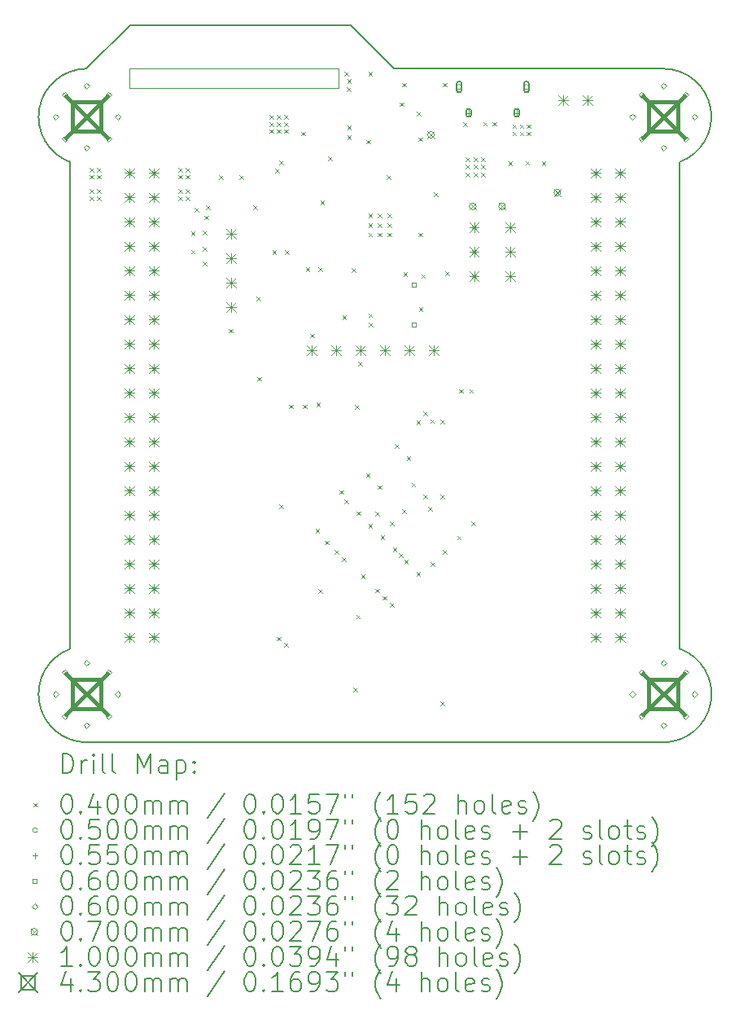
<source format=gbr>
%TF.GenerationSoftware,KiCad,Pcbnew,(6.0.9)*%
%TF.CreationDate,2023-01-04T16:14:09+08:00*%
%TF.ProjectId,CAWController,43415743-6f6e-4747-926f-6c6c65722e6b,rev?*%
%TF.SameCoordinates,Original*%
%TF.FileFunction,Drillmap*%
%TF.FilePolarity,Positive*%
%FSLAX45Y45*%
G04 Gerber Fmt 4.5, Leading zero omitted, Abs format (unit mm)*
G04 Created by KiCad (PCBNEW (6.0.9)) date 2023-01-04 16:14:09*
%MOMM*%
%LPD*%
G01*
G04 APERTURE LIST*
%ADD10C,0.200000*%
%ADD11C,0.100000*%
%ADD12C,0.040000*%
%ADD13C,0.050000*%
%ADD14C,0.055000*%
%ADD15C,0.060000*%
%ADD16C,0.070000*%
%ADD17C,0.430000*%
G04 APERTURE END LIST*
D10*
X16575000Y-13101081D02*
G75*
G03*
X16746000Y-12129000I0J501081D01*
G01*
D11*
X11020000Y-6100000D02*
X13200000Y-6100000D01*
D10*
X10404115Y-12130155D02*
G75*
G03*
X10575000Y-13101081I170885J-470425D01*
G01*
X10575000Y-6100500D02*
G75*
G03*
X10404000Y-7070581I0J-500112D01*
G01*
X13775000Y-6100000D02*
X16575000Y-6100500D01*
X11025000Y-5650000D02*
X13325000Y-5650000D01*
X13775000Y-6100000D02*
X13325000Y-5650000D01*
D11*
X13200000Y-6300000D02*
X11020000Y-6300000D01*
D10*
X10575000Y-13101081D02*
X16575000Y-13101081D01*
X11025000Y-5650000D02*
X10575000Y-6100500D01*
X10404115Y-12130157D02*
X10404000Y-7070581D01*
X16745779Y-7069398D02*
G75*
G03*
X16575000Y-6100500I-170779J469398D01*
G01*
D11*
X11020000Y-6300000D02*
X11020000Y-6100000D01*
D10*
X16745779Y-7069398D02*
X16746000Y-12129000D01*
D11*
X13200000Y-6100000D02*
X13200000Y-6300000D01*
D10*
D12*
X10605000Y-7130000D02*
X10645000Y-7170000D01*
X10645000Y-7130000D02*
X10605000Y-7170000D01*
X10605000Y-7205000D02*
X10645000Y-7245000D01*
X10645000Y-7205000D02*
X10605000Y-7245000D01*
X10605000Y-7355000D02*
X10645000Y-7395000D01*
X10645000Y-7355000D02*
X10605000Y-7395000D01*
X10605000Y-7430000D02*
X10645000Y-7470000D01*
X10645000Y-7430000D02*
X10605000Y-7470000D01*
X10680000Y-7130000D02*
X10720000Y-7170000D01*
X10720000Y-7130000D02*
X10680000Y-7170000D01*
X10680000Y-7205000D02*
X10720000Y-7245000D01*
X10720000Y-7205000D02*
X10680000Y-7245000D01*
X10680000Y-7355000D02*
X10720000Y-7395000D01*
X10720000Y-7355000D02*
X10680000Y-7395000D01*
X10680000Y-7430000D02*
X10720000Y-7470000D01*
X10720000Y-7430000D02*
X10680000Y-7470000D01*
X11530000Y-7130000D02*
X11570000Y-7170000D01*
X11570000Y-7130000D02*
X11530000Y-7170000D01*
X11530000Y-7205000D02*
X11570000Y-7245000D01*
X11570000Y-7205000D02*
X11530000Y-7245000D01*
X11530000Y-7355000D02*
X11570000Y-7395000D01*
X11570000Y-7355000D02*
X11530000Y-7395000D01*
X11530000Y-7430000D02*
X11570000Y-7470000D01*
X11570000Y-7430000D02*
X11530000Y-7470000D01*
X11605000Y-7130000D02*
X11645000Y-7170000D01*
X11645000Y-7130000D02*
X11605000Y-7170000D01*
X11605000Y-7205000D02*
X11645000Y-7245000D01*
X11645000Y-7205000D02*
X11605000Y-7245000D01*
X11605000Y-7355000D02*
X11645000Y-7395000D01*
X11645000Y-7355000D02*
X11605000Y-7395000D01*
X11605000Y-7430000D02*
X11645000Y-7470000D01*
X11645000Y-7430000D02*
X11605000Y-7470000D01*
X11660550Y-7793500D02*
X11700550Y-7833500D01*
X11700550Y-7793500D02*
X11660550Y-7833500D01*
X11660550Y-7983500D02*
X11700550Y-8023500D01*
X11700550Y-7983500D02*
X11660550Y-8023500D01*
X11700429Y-7548253D02*
X11740429Y-7588253D01*
X11740429Y-7548253D02*
X11700429Y-7588253D01*
X11785450Y-7784500D02*
X11825450Y-7824500D01*
X11825450Y-7784500D02*
X11785450Y-7824500D01*
X11785450Y-7955500D02*
X11825450Y-7995500D01*
X11825450Y-7955500D02*
X11785450Y-7995500D01*
X11785450Y-8107091D02*
X11825450Y-8147091D01*
X11825450Y-8107091D02*
X11785450Y-8147091D01*
X11801000Y-7628000D02*
X11841000Y-7668000D01*
X11841000Y-7628000D02*
X11801000Y-7668000D01*
X11816000Y-7521000D02*
X11856000Y-7561000D01*
X11856000Y-7521000D02*
X11816000Y-7561000D01*
X11950000Y-7206000D02*
X11990000Y-7246000D01*
X11990000Y-7206000D02*
X11950000Y-7246000D01*
X12055000Y-8805000D02*
X12095000Y-8845000D01*
X12095000Y-8805000D02*
X12055000Y-8845000D01*
X12167000Y-7208000D02*
X12207000Y-7248000D01*
X12207000Y-7208000D02*
X12167000Y-7248000D01*
X12306000Y-7522000D02*
X12346000Y-7562000D01*
X12346000Y-7522000D02*
X12306000Y-7562000D01*
X12340000Y-8469000D02*
X12380000Y-8509000D01*
X12380000Y-8469000D02*
X12340000Y-8509000D01*
X12351000Y-9304000D02*
X12391000Y-9344000D01*
X12391000Y-9304000D02*
X12351000Y-9344000D01*
X12480000Y-6580000D02*
X12520000Y-6620000D01*
X12520000Y-6580000D02*
X12480000Y-6620000D01*
X12480000Y-6655000D02*
X12520000Y-6695000D01*
X12520000Y-6655000D02*
X12480000Y-6695000D01*
X12480000Y-6730000D02*
X12520000Y-6770000D01*
X12520000Y-6730000D02*
X12480000Y-6770000D01*
X12508000Y-7987000D02*
X12548000Y-8027000D01*
X12548000Y-7987000D02*
X12508000Y-8027000D01*
X12537000Y-7138000D02*
X12577000Y-7178000D01*
X12577000Y-7138000D02*
X12537000Y-7178000D01*
X12555000Y-6580000D02*
X12595000Y-6620000D01*
X12595000Y-6580000D02*
X12555000Y-6620000D01*
X12555000Y-6655000D02*
X12595000Y-6695000D01*
X12595000Y-6655000D02*
X12555000Y-6695000D01*
X12555000Y-6730000D02*
X12595000Y-6770000D01*
X12595000Y-6730000D02*
X12555000Y-6770000D01*
X12555000Y-12005000D02*
X12595000Y-12045000D01*
X12595000Y-12005000D02*
X12555000Y-12045000D01*
X12580000Y-7055000D02*
X12620000Y-7095000D01*
X12620000Y-7055000D02*
X12580000Y-7095000D01*
X12580000Y-10630000D02*
X12620000Y-10670000D01*
X12620000Y-10630000D02*
X12580000Y-10670000D01*
X12628000Y-12070000D02*
X12668000Y-12110000D01*
X12668000Y-12070000D02*
X12628000Y-12110000D01*
X12630000Y-6580000D02*
X12670000Y-6620000D01*
X12670000Y-6580000D02*
X12630000Y-6620000D01*
X12630000Y-6655000D02*
X12670000Y-6695000D01*
X12670000Y-6655000D02*
X12630000Y-6695000D01*
X12630000Y-6730000D02*
X12670000Y-6770000D01*
X12670000Y-6730000D02*
X12630000Y-6770000D01*
X12638000Y-7988000D02*
X12678000Y-8028000D01*
X12678000Y-7988000D02*
X12638000Y-8028000D01*
X12679000Y-9592186D02*
X12719000Y-9632186D01*
X12719000Y-9592186D02*
X12679000Y-9632186D01*
X12805000Y-6755000D02*
X12845000Y-6795000D01*
X12845000Y-6755000D02*
X12805000Y-6795000D01*
X12825000Y-9592186D02*
X12865000Y-9632186D01*
X12865000Y-9592186D02*
X12825000Y-9632186D01*
X12853000Y-8163000D02*
X12893000Y-8203000D01*
X12893000Y-8163000D02*
X12853000Y-8203000D01*
X12898000Y-8854000D02*
X12938000Y-8894000D01*
X12938000Y-8854000D02*
X12898000Y-8894000D01*
X12955000Y-10880000D02*
X12995000Y-10920000D01*
X12995000Y-10880000D02*
X12955000Y-10920000D01*
X12963000Y-9573000D02*
X13003000Y-9613000D01*
X13003000Y-9573000D02*
X12963000Y-9613000D01*
X12985000Y-8166000D02*
X13025000Y-8206000D01*
X13025000Y-8166000D02*
X12985000Y-8206000D01*
X12988000Y-11512000D02*
X13028000Y-11552000D01*
X13028000Y-11512000D02*
X12988000Y-11552000D01*
X13005609Y-7468391D02*
X13045609Y-7508391D01*
X13045609Y-7468391D02*
X13005609Y-7508391D01*
X13055000Y-11005000D02*
X13095000Y-11045000D01*
X13095000Y-11005000D02*
X13055000Y-11045000D01*
X13088000Y-7011000D02*
X13128000Y-7051000D01*
X13128000Y-7011000D02*
X13088000Y-7051000D01*
X13155000Y-11105000D02*
X13195000Y-11145000D01*
X13195000Y-11105000D02*
X13155000Y-11145000D01*
X13205000Y-10480000D02*
X13245000Y-10520000D01*
X13245000Y-10480000D02*
X13205000Y-10520000D01*
X13230000Y-11180000D02*
X13270000Y-11220000D01*
X13270000Y-11180000D02*
X13230000Y-11220000D01*
X13236000Y-8666000D02*
X13276000Y-8706000D01*
X13276000Y-8666000D02*
X13236000Y-8706000D01*
X13255000Y-6130000D02*
X13295000Y-6170000D01*
X13295000Y-6130000D02*
X13255000Y-6170000D01*
X13255000Y-10580000D02*
X13295000Y-10620000D01*
X13295000Y-10580000D02*
X13255000Y-10620000D01*
X13284000Y-6295000D02*
X13324000Y-6335000D01*
X13324000Y-6295000D02*
X13284000Y-6335000D01*
X13286000Y-6210000D02*
X13326000Y-6250000D01*
X13326000Y-6210000D02*
X13286000Y-6250000D01*
X13286000Y-6692000D02*
X13326000Y-6732000D01*
X13326000Y-6692000D02*
X13286000Y-6732000D01*
X13286000Y-6793000D02*
X13326000Y-6833000D01*
X13326000Y-6793000D02*
X13286000Y-6833000D01*
X13333000Y-8172000D02*
X13373000Y-8212000D01*
X13373000Y-8172000D02*
X13333000Y-8212000D01*
X13351000Y-12535000D02*
X13391000Y-12575000D01*
X13391000Y-12535000D02*
X13351000Y-12575000D01*
X13366135Y-9592792D02*
X13406135Y-9632792D01*
X13406135Y-9592792D02*
X13366135Y-9632792D01*
X13379000Y-11775000D02*
X13419000Y-11815000D01*
X13419000Y-11775000D02*
X13379000Y-11815000D01*
X13384000Y-10700000D02*
X13424000Y-10740000D01*
X13424000Y-10700000D02*
X13384000Y-10740000D01*
X13401000Y-9150000D02*
X13441000Y-9190000D01*
X13441000Y-9150000D02*
X13401000Y-9190000D01*
X13430000Y-11355000D02*
X13470000Y-11395000D01*
X13470000Y-11355000D02*
X13430000Y-11395000D01*
X13480000Y-10305000D02*
X13520000Y-10345000D01*
X13520000Y-10305000D02*
X13480000Y-10345000D01*
X13487000Y-6840000D02*
X13527000Y-6880000D01*
X13527000Y-6840000D02*
X13487000Y-6880000D01*
X13505000Y-6130000D02*
X13545000Y-6170000D01*
X13545000Y-6130000D02*
X13505000Y-6170000D01*
X13505000Y-7605000D02*
X13545000Y-7645000D01*
X13545000Y-7605000D02*
X13505000Y-7645000D01*
X13505000Y-7705000D02*
X13545000Y-7745000D01*
X13545000Y-7705000D02*
X13505000Y-7745000D01*
X13505000Y-7805000D02*
X13545000Y-7845000D01*
X13545000Y-7805000D02*
X13505000Y-7845000D01*
X13505000Y-8643000D02*
X13545000Y-8683000D01*
X13545000Y-8643000D02*
X13505000Y-8683000D01*
X13505000Y-10830000D02*
X13545000Y-10870000D01*
X13545000Y-10830000D02*
X13505000Y-10870000D01*
X13508000Y-8742000D02*
X13548000Y-8782000D01*
X13548000Y-8742000D02*
X13508000Y-8782000D01*
X13580000Y-10705000D02*
X13620000Y-10745000D01*
X13620000Y-10705000D02*
X13580000Y-10745000D01*
X13580000Y-11505000D02*
X13620000Y-11545000D01*
X13620000Y-11505000D02*
X13580000Y-11545000D01*
X13605000Y-7605000D02*
X13645000Y-7645000D01*
X13645000Y-7605000D02*
X13605000Y-7645000D01*
X13605000Y-7705000D02*
X13645000Y-7745000D01*
X13645000Y-7705000D02*
X13605000Y-7745000D01*
X13605000Y-7805000D02*
X13645000Y-7845000D01*
X13645000Y-7805000D02*
X13605000Y-7845000D01*
X13605000Y-10430000D02*
X13645000Y-10470000D01*
X13645000Y-10430000D02*
X13605000Y-10470000D01*
X13633000Y-10950000D02*
X13673000Y-10990000D01*
X13673000Y-10950000D02*
X13633000Y-10990000D01*
X13655000Y-11580000D02*
X13695000Y-11620000D01*
X13695000Y-11580000D02*
X13655000Y-11620000D01*
X13694428Y-7209665D02*
X13734428Y-7249665D01*
X13734428Y-7209665D02*
X13694428Y-7249665D01*
X13705000Y-7605000D02*
X13745000Y-7645000D01*
X13745000Y-7605000D02*
X13705000Y-7645000D01*
X13705000Y-7705000D02*
X13745000Y-7745000D01*
X13745000Y-7705000D02*
X13705000Y-7745000D01*
X13705000Y-7805000D02*
X13745000Y-7845000D01*
X13745000Y-7805000D02*
X13705000Y-7845000D01*
X13730000Y-10805000D02*
X13770000Y-10845000D01*
X13770000Y-10805000D02*
X13730000Y-10845000D01*
X13730000Y-11655000D02*
X13770000Y-11695000D01*
X13770000Y-11655000D02*
X13730000Y-11695000D01*
X13759000Y-11075000D02*
X13799000Y-11115000D01*
X13799000Y-11075000D02*
X13759000Y-11115000D01*
X13780000Y-10005000D02*
X13820000Y-10045000D01*
X13820000Y-10005000D02*
X13780000Y-10045000D01*
X13824000Y-11135000D02*
X13864000Y-11175000D01*
X13864000Y-11135000D02*
X13824000Y-11175000D01*
X13832000Y-6451000D02*
X13872000Y-6491000D01*
X13872000Y-6451000D02*
X13832000Y-6491000D01*
X13855000Y-10680000D02*
X13895000Y-10720000D01*
X13895000Y-10680000D02*
X13855000Y-10720000D01*
X13860000Y-6248000D02*
X13900000Y-6288000D01*
X13900000Y-6248000D02*
X13860000Y-6288000D01*
X13869000Y-8213000D02*
X13909000Y-8253000D01*
X13909000Y-8213000D02*
X13869000Y-8253000D01*
X13879000Y-11202000D02*
X13919000Y-11242000D01*
X13919000Y-11202000D02*
X13879000Y-11242000D01*
X13905000Y-10130000D02*
X13945000Y-10170000D01*
X13945000Y-10130000D02*
X13905000Y-10170000D01*
X13955000Y-10405000D02*
X13995000Y-10445000D01*
X13995000Y-10405000D02*
X13955000Y-10445000D01*
X14005000Y-9755000D02*
X14045000Y-9795000D01*
X14045000Y-9755000D02*
X14005000Y-9795000D01*
X14005000Y-11330000D02*
X14045000Y-11370000D01*
X14045000Y-11330000D02*
X14005000Y-11370000D01*
X14007000Y-6546000D02*
X14047000Y-6586000D01*
X14047000Y-6546000D02*
X14007000Y-6586000D01*
X14024000Y-6815000D02*
X14064000Y-6855000D01*
X14064000Y-6815000D02*
X14024000Y-6855000D01*
X14028000Y-7806000D02*
X14068000Y-7846000D01*
X14068000Y-7806000D02*
X14028000Y-7846000D01*
X14030550Y-8582000D02*
X14070550Y-8622000D01*
X14070550Y-8582000D02*
X14030550Y-8622000D01*
X14057000Y-8236000D02*
X14097000Y-8276000D01*
X14097000Y-8236000D02*
X14057000Y-8276000D01*
X14077000Y-9663000D02*
X14117000Y-9703000D01*
X14117000Y-9663000D02*
X14077000Y-9703000D01*
X14080000Y-10530000D02*
X14120000Y-10570000D01*
X14120000Y-10530000D02*
X14080000Y-10570000D01*
X14130000Y-10655000D02*
X14170000Y-10695000D01*
X14170000Y-10655000D02*
X14130000Y-10695000D01*
X14149950Y-9743000D02*
X14189950Y-9783000D01*
X14189950Y-9743000D02*
X14149950Y-9783000D01*
X14155000Y-11230000D02*
X14195000Y-11270000D01*
X14195000Y-11230000D02*
X14155000Y-11270000D01*
X14190000Y-7385000D02*
X14230000Y-7425000D01*
X14230000Y-7385000D02*
X14190000Y-7425000D01*
X14255000Y-10530000D02*
X14295000Y-10570000D01*
X14295000Y-10530000D02*
X14255000Y-10570000D01*
X14255000Y-12680000D02*
X14295000Y-12720000D01*
X14295000Y-12680000D02*
X14255000Y-12720000D01*
X14256000Y-9746000D02*
X14296000Y-9786000D01*
X14296000Y-9746000D02*
X14256000Y-9786000D01*
X14280000Y-11105000D02*
X14320000Y-11145000D01*
X14320000Y-11105000D02*
X14280000Y-11145000D01*
X14283000Y-6248000D02*
X14323000Y-6288000D01*
X14323000Y-6248000D02*
X14283000Y-6288000D01*
X14306050Y-8207000D02*
X14346050Y-8247000D01*
X14346050Y-8207000D02*
X14306050Y-8247000D01*
X14430000Y-10955000D02*
X14470000Y-10995000D01*
X14470000Y-10955000D02*
X14430000Y-10995000D01*
X14448000Y-9430000D02*
X14488000Y-9470000D01*
X14488000Y-9430000D02*
X14448000Y-9470000D01*
X14494000Y-6655000D02*
X14534000Y-6695000D01*
X14534000Y-6655000D02*
X14494000Y-6695000D01*
X14520000Y-7020000D02*
X14560000Y-7060000D01*
X14560000Y-7020000D02*
X14520000Y-7060000D01*
X14520000Y-7100000D02*
X14560000Y-7140000D01*
X14560000Y-7100000D02*
X14520000Y-7140000D01*
X14520000Y-7180000D02*
X14560000Y-7220000D01*
X14560000Y-7180000D02*
X14520000Y-7220000D01*
X14555000Y-9430000D02*
X14595000Y-9470000D01*
X14595000Y-9430000D02*
X14555000Y-9470000D01*
X14580000Y-10805000D02*
X14620000Y-10845000D01*
X14620000Y-10805000D02*
X14580000Y-10845000D01*
X14600000Y-7020000D02*
X14640000Y-7060000D01*
X14640000Y-7020000D02*
X14600000Y-7060000D01*
X14600000Y-7100000D02*
X14640000Y-7140000D01*
X14640000Y-7100000D02*
X14600000Y-7140000D01*
X14600000Y-7180000D02*
X14640000Y-7220000D01*
X14640000Y-7180000D02*
X14600000Y-7220000D01*
X14680000Y-7020000D02*
X14720000Y-7060000D01*
X14720000Y-7020000D02*
X14680000Y-7060000D01*
X14680000Y-7100000D02*
X14720000Y-7140000D01*
X14720000Y-7100000D02*
X14680000Y-7140000D01*
X14680000Y-7180000D02*
X14720000Y-7220000D01*
X14720000Y-7180000D02*
X14680000Y-7220000D01*
X14699880Y-6654560D02*
X14739880Y-6694560D01*
X14739880Y-6654560D02*
X14699880Y-6694560D01*
X14795120Y-6654560D02*
X14835120Y-6694560D01*
X14835120Y-6654560D02*
X14795120Y-6694560D01*
X14963000Y-7062000D02*
X15003000Y-7102000D01*
X15003000Y-7062000D02*
X14963000Y-7102000D01*
X15005000Y-6680000D02*
X15045000Y-6720000D01*
X15045000Y-6680000D02*
X15005000Y-6720000D01*
X15005000Y-6755000D02*
X15045000Y-6795000D01*
X15045000Y-6755000D02*
X15005000Y-6795000D01*
X15080000Y-6680000D02*
X15120000Y-6720000D01*
X15120000Y-6680000D02*
X15080000Y-6720000D01*
X15080000Y-6755000D02*
X15120000Y-6795000D01*
X15120000Y-6755000D02*
X15080000Y-6795000D01*
X15140000Y-7060000D02*
X15180000Y-7100000D01*
X15180000Y-7060000D02*
X15140000Y-7100000D01*
X15155000Y-6680000D02*
X15195000Y-6720000D01*
X15195000Y-6680000D02*
X15155000Y-6720000D01*
X15155000Y-6755000D02*
X15195000Y-6795000D01*
X15195000Y-6755000D02*
X15155000Y-6795000D01*
X15310000Y-7063000D02*
X15350000Y-7103000D01*
X15350000Y-7063000D02*
X15310000Y-7103000D01*
D13*
X14475000Y-6290000D02*
G75*
G03*
X14475000Y-6290000I-25000J0D01*
G01*
D10*
X14425000Y-6257500D02*
X14425000Y-6322500D01*
X14475000Y-6257500D02*
X14475000Y-6322500D01*
X14425000Y-6322500D02*
G75*
G03*
X14475000Y-6322500I25000J0D01*
G01*
X14475000Y-6257500D02*
G75*
G03*
X14425000Y-6257500I-25000J0D01*
G01*
D13*
X15175000Y-6290000D02*
G75*
G03*
X15175000Y-6290000I-25000J0D01*
G01*
D10*
X15125000Y-6257500D02*
X15125000Y-6322500D01*
X15175000Y-6257500D02*
X15175000Y-6322500D01*
X15125000Y-6322500D02*
G75*
G03*
X15175000Y-6322500I25000J0D01*
G01*
X15175000Y-6257500D02*
G75*
G03*
X15125000Y-6257500I-25000J0D01*
G01*
D14*
X14550000Y-6532500D02*
X14550000Y-6587500D01*
X14522500Y-6560000D02*
X14577500Y-6560000D01*
D10*
X14522500Y-6545000D02*
X14522500Y-6575000D01*
X14577500Y-6545000D02*
X14577500Y-6575000D01*
X14522500Y-6575000D02*
G75*
G03*
X14577500Y-6575000I27500J0D01*
G01*
X14577500Y-6545000D02*
G75*
G03*
X14522500Y-6545000I-27500J0D01*
G01*
D14*
X15050000Y-6532500D02*
X15050000Y-6587500D01*
X15022500Y-6560000D02*
X15077500Y-6560000D01*
D10*
X15022500Y-6545000D02*
X15022500Y-6575000D01*
X15077500Y-6545000D02*
X15077500Y-6575000D01*
X15022500Y-6575000D02*
G75*
G03*
X15077500Y-6575000I27500J0D01*
G01*
X15077500Y-6545000D02*
G75*
G03*
X15022500Y-6545000I-27500J0D01*
G01*
D15*
X13997213Y-8785213D02*
X13997213Y-8742787D01*
X13954787Y-8742787D01*
X13954787Y-8785213D01*
X13997213Y-8785213D01*
X13999213Y-8370213D02*
X13999213Y-8327787D01*
X13956787Y-8327787D01*
X13956787Y-8370213D01*
X13999213Y-8370213D01*
X10252500Y-6630500D02*
X10282500Y-6600500D01*
X10252500Y-6570500D01*
X10222500Y-6600500D01*
X10252500Y-6630500D01*
X10252500Y-12630500D02*
X10282500Y-12600500D01*
X10252500Y-12570500D01*
X10222500Y-12600500D01*
X10252500Y-12630500D01*
X10346958Y-6402458D02*
X10376958Y-6372458D01*
X10346958Y-6342458D01*
X10316958Y-6372458D01*
X10346958Y-6402458D01*
X10346958Y-6858542D02*
X10376958Y-6828542D01*
X10346958Y-6798542D01*
X10316958Y-6828542D01*
X10346958Y-6858542D01*
X10346958Y-12402458D02*
X10376958Y-12372458D01*
X10346958Y-12342458D01*
X10316958Y-12372458D01*
X10346958Y-12402458D01*
X10346958Y-12858542D02*
X10376958Y-12828542D01*
X10346958Y-12798542D01*
X10316958Y-12828542D01*
X10346958Y-12858542D01*
X10575000Y-6308000D02*
X10605000Y-6278000D01*
X10575000Y-6248000D01*
X10545000Y-6278000D01*
X10575000Y-6308000D01*
X10575000Y-6953000D02*
X10605000Y-6923000D01*
X10575000Y-6893000D01*
X10545000Y-6923000D01*
X10575000Y-6953000D01*
X10575000Y-12308000D02*
X10605000Y-12278000D01*
X10575000Y-12248000D01*
X10545000Y-12278000D01*
X10575000Y-12308000D01*
X10575000Y-12953000D02*
X10605000Y-12923000D01*
X10575000Y-12893000D01*
X10545000Y-12923000D01*
X10575000Y-12953000D01*
X10803042Y-6402458D02*
X10833042Y-6372458D01*
X10803042Y-6342458D01*
X10773042Y-6372458D01*
X10803042Y-6402458D01*
X10803042Y-6858542D02*
X10833042Y-6828542D01*
X10803042Y-6798542D01*
X10773042Y-6828542D01*
X10803042Y-6858542D01*
X10803042Y-12402458D02*
X10833042Y-12372458D01*
X10803042Y-12342458D01*
X10773042Y-12372458D01*
X10803042Y-12402458D01*
X10803042Y-12858542D02*
X10833042Y-12828542D01*
X10803042Y-12798542D01*
X10773042Y-12828542D01*
X10803042Y-12858542D01*
X10897500Y-6630500D02*
X10927500Y-6600500D01*
X10897500Y-6570500D01*
X10867500Y-6600500D01*
X10897500Y-6630500D01*
X10897500Y-12630500D02*
X10927500Y-12600500D01*
X10897500Y-12570500D01*
X10867500Y-12600500D01*
X10897500Y-12630500D01*
X16252500Y-6630500D02*
X16282500Y-6600500D01*
X16252500Y-6570500D01*
X16222500Y-6600500D01*
X16252500Y-6630500D01*
X16252500Y-12630500D02*
X16282500Y-12600500D01*
X16252500Y-12570500D01*
X16222500Y-12600500D01*
X16252500Y-12630500D01*
X16346958Y-6402458D02*
X16376958Y-6372458D01*
X16346958Y-6342458D01*
X16316958Y-6372458D01*
X16346958Y-6402458D01*
X16346958Y-6858542D02*
X16376958Y-6828542D01*
X16346958Y-6798542D01*
X16316958Y-6828542D01*
X16346958Y-6858542D01*
X16346958Y-12402458D02*
X16376958Y-12372458D01*
X16346958Y-12342458D01*
X16316958Y-12372458D01*
X16346958Y-12402458D01*
X16346958Y-12858542D02*
X16376958Y-12828542D01*
X16346958Y-12798542D01*
X16316958Y-12828542D01*
X16346958Y-12858542D01*
X16575000Y-6308000D02*
X16605000Y-6278000D01*
X16575000Y-6248000D01*
X16545000Y-6278000D01*
X16575000Y-6308000D01*
X16575000Y-6953000D02*
X16605000Y-6923000D01*
X16575000Y-6893000D01*
X16545000Y-6923000D01*
X16575000Y-6953000D01*
X16575000Y-12308000D02*
X16605000Y-12278000D01*
X16575000Y-12248000D01*
X16545000Y-12278000D01*
X16575000Y-12308000D01*
X16575000Y-12953000D02*
X16605000Y-12923000D01*
X16575000Y-12893000D01*
X16545000Y-12923000D01*
X16575000Y-12953000D01*
X16803042Y-6402458D02*
X16833042Y-6372458D01*
X16803042Y-6342458D01*
X16773042Y-6372458D01*
X16803042Y-6402458D01*
X16803042Y-6858542D02*
X16833042Y-6828542D01*
X16803042Y-6798542D01*
X16773042Y-6828542D01*
X16803042Y-6858542D01*
X16803042Y-12402458D02*
X16833042Y-12372458D01*
X16803042Y-12342458D01*
X16773042Y-12372458D01*
X16803042Y-12402458D01*
X16803042Y-12858542D02*
X16833042Y-12828542D01*
X16803042Y-12798542D01*
X16773042Y-12828542D01*
X16803042Y-12858542D01*
X16897500Y-6630500D02*
X16927500Y-6600500D01*
X16897500Y-6570500D01*
X16867500Y-6600500D01*
X16897500Y-6630500D01*
X16897500Y-12630500D02*
X16927500Y-12600500D01*
X16897500Y-12570500D01*
X16867500Y-12600500D01*
X16897500Y-12630500D01*
D16*
X14121699Y-6752699D02*
X14191699Y-6822699D01*
X14191699Y-6752699D02*
X14121699Y-6822699D01*
X14191699Y-6787699D02*
G75*
G03*
X14191699Y-6787699I-35000J0D01*
G01*
X14558000Y-7496000D02*
X14628000Y-7566000D01*
X14628000Y-7496000D02*
X14558000Y-7566000D01*
X14628000Y-7531000D02*
G75*
G03*
X14628000Y-7531000I-35000J0D01*
G01*
X14862000Y-7494000D02*
X14932000Y-7564000D01*
X14932000Y-7494000D02*
X14862000Y-7564000D01*
X14932000Y-7529000D02*
G75*
G03*
X14932000Y-7529000I-35000J0D01*
G01*
X15437000Y-7353000D02*
X15507000Y-7423000D01*
X15507000Y-7353000D02*
X15437000Y-7423000D01*
X15507000Y-7388000D02*
G75*
G03*
X15507000Y-7388000I-35000J0D01*
G01*
D11*
X10972500Y-7135000D02*
X11072500Y-7235000D01*
X11072500Y-7135000D02*
X10972500Y-7235000D01*
X11022500Y-7135000D02*
X11022500Y-7235000D01*
X10972500Y-7185000D02*
X11072500Y-7185000D01*
X10972500Y-7389000D02*
X11072500Y-7489000D01*
X11072500Y-7389000D02*
X10972500Y-7489000D01*
X11022500Y-7389000D02*
X11022500Y-7489000D01*
X10972500Y-7439000D02*
X11072500Y-7439000D01*
X10972500Y-7643000D02*
X11072500Y-7743000D01*
X11072500Y-7643000D02*
X10972500Y-7743000D01*
X11022500Y-7643000D02*
X11022500Y-7743000D01*
X10972500Y-7693000D02*
X11072500Y-7693000D01*
X10972500Y-7897000D02*
X11072500Y-7997000D01*
X11072500Y-7897000D02*
X10972500Y-7997000D01*
X11022500Y-7897000D02*
X11022500Y-7997000D01*
X10972500Y-7947000D02*
X11072500Y-7947000D01*
X10972500Y-8151000D02*
X11072500Y-8251000D01*
X11072500Y-8151000D02*
X10972500Y-8251000D01*
X11022500Y-8151000D02*
X11022500Y-8251000D01*
X10972500Y-8201000D02*
X11072500Y-8201000D01*
X10972500Y-8405000D02*
X11072500Y-8505000D01*
X11072500Y-8405000D02*
X10972500Y-8505000D01*
X11022500Y-8405000D02*
X11022500Y-8505000D01*
X10972500Y-8455000D02*
X11072500Y-8455000D01*
X10972500Y-8659000D02*
X11072500Y-8759000D01*
X11072500Y-8659000D02*
X10972500Y-8759000D01*
X11022500Y-8659000D02*
X11022500Y-8759000D01*
X10972500Y-8709000D02*
X11072500Y-8709000D01*
X10972500Y-8913000D02*
X11072500Y-9013000D01*
X11072500Y-8913000D02*
X10972500Y-9013000D01*
X11022500Y-8913000D02*
X11022500Y-9013000D01*
X10972500Y-8963000D02*
X11072500Y-8963000D01*
X10972500Y-9167000D02*
X11072500Y-9267000D01*
X11072500Y-9167000D02*
X10972500Y-9267000D01*
X11022500Y-9167000D02*
X11022500Y-9267000D01*
X10972500Y-9217000D02*
X11072500Y-9217000D01*
X10972500Y-9421000D02*
X11072500Y-9521000D01*
X11072500Y-9421000D02*
X10972500Y-9521000D01*
X11022500Y-9421000D02*
X11022500Y-9521000D01*
X10972500Y-9471000D02*
X11072500Y-9471000D01*
X10972500Y-9675000D02*
X11072500Y-9775000D01*
X11072500Y-9675000D02*
X10972500Y-9775000D01*
X11022500Y-9675000D02*
X11022500Y-9775000D01*
X10972500Y-9725000D02*
X11072500Y-9725000D01*
X10972500Y-9929000D02*
X11072500Y-10029000D01*
X11072500Y-9929000D02*
X10972500Y-10029000D01*
X11022500Y-9929000D02*
X11022500Y-10029000D01*
X10972500Y-9979000D02*
X11072500Y-9979000D01*
X10972500Y-10183000D02*
X11072500Y-10283000D01*
X11072500Y-10183000D02*
X10972500Y-10283000D01*
X11022500Y-10183000D02*
X11022500Y-10283000D01*
X10972500Y-10233000D02*
X11072500Y-10233000D01*
X10972500Y-10437000D02*
X11072500Y-10537000D01*
X11072500Y-10437000D02*
X10972500Y-10537000D01*
X11022500Y-10437000D02*
X11022500Y-10537000D01*
X10972500Y-10487000D02*
X11072500Y-10487000D01*
X10972500Y-10691000D02*
X11072500Y-10791000D01*
X11072500Y-10691000D02*
X10972500Y-10791000D01*
X11022500Y-10691000D02*
X11022500Y-10791000D01*
X10972500Y-10741000D02*
X11072500Y-10741000D01*
X10972500Y-10945000D02*
X11072500Y-11045000D01*
X11072500Y-10945000D02*
X10972500Y-11045000D01*
X11022500Y-10945000D02*
X11022500Y-11045000D01*
X10972500Y-10995000D02*
X11072500Y-10995000D01*
X10972500Y-11199000D02*
X11072500Y-11299000D01*
X11072500Y-11199000D02*
X10972500Y-11299000D01*
X11022500Y-11199000D02*
X11022500Y-11299000D01*
X10972500Y-11249000D02*
X11072500Y-11249000D01*
X10972500Y-11453000D02*
X11072500Y-11553000D01*
X11072500Y-11453000D02*
X10972500Y-11553000D01*
X11022500Y-11453000D02*
X11022500Y-11553000D01*
X10972500Y-11503000D02*
X11072500Y-11503000D01*
X10972500Y-11707000D02*
X11072500Y-11807000D01*
X11072500Y-11707000D02*
X10972500Y-11807000D01*
X11022500Y-11707000D02*
X11022500Y-11807000D01*
X10972500Y-11757000D02*
X11072500Y-11757000D01*
X10972500Y-11961000D02*
X11072500Y-12061000D01*
X11072500Y-11961000D02*
X10972500Y-12061000D01*
X11022500Y-11961000D02*
X11022500Y-12061000D01*
X10972500Y-12011000D02*
X11072500Y-12011000D01*
X11226500Y-7135000D02*
X11326500Y-7235000D01*
X11326500Y-7135000D02*
X11226500Y-7235000D01*
X11276500Y-7135000D02*
X11276500Y-7235000D01*
X11226500Y-7185000D02*
X11326500Y-7185000D01*
X11226500Y-7389000D02*
X11326500Y-7489000D01*
X11326500Y-7389000D02*
X11226500Y-7489000D01*
X11276500Y-7389000D02*
X11276500Y-7489000D01*
X11226500Y-7439000D02*
X11326500Y-7439000D01*
X11226500Y-7643000D02*
X11326500Y-7743000D01*
X11326500Y-7643000D02*
X11226500Y-7743000D01*
X11276500Y-7643000D02*
X11276500Y-7743000D01*
X11226500Y-7693000D02*
X11326500Y-7693000D01*
X11226500Y-7897000D02*
X11326500Y-7997000D01*
X11326500Y-7897000D02*
X11226500Y-7997000D01*
X11276500Y-7897000D02*
X11276500Y-7997000D01*
X11226500Y-7947000D02*
X11326500Y-7947000D01*
X11226500Y-8151000D02*
X11326500Y-8251000D01*
X11326500Y-8151000D02*
X11226500Y-8251000D01*
X11276500Y-8151000D02*
X11276500Y-8251000D01*
X11226500Y-8201000D02*
X11326500Y-8201000D01*
X11226500Y-8405000D02*
X11326500Y-8505000D01*
X11326500Y-8405000D02*
X11226500Y-8505000D01*
X11276500Y-8405000D02*
X11276500Y-8505000D01*
X11226500Y-8455000D02*
X11326500Y-8455000D01*
X11226500Y-8659000D02*
X11326500Y-8759000D01*
X11326500Y-8659000D02*
X11226500Y-8759000D01*
X11276500Y-8659000D02*
X11276500Y-8759000D01*
X11226500Y-8709000D02*
X11326500Y-8709000D01*
X11226500Y-8913000D02*
X11326500Y-9013000D01*
X11326500Y-8913000D02*
X11226500Y-9013000D01*
X11276500Y-8913000D02*
X11276500Y-9013000D01*
X11226500Y-8963000D02*
X11326500Y-8963000D01*
X11226500Y-9167000D02*
X11326500Y-9267000D01*
X11326500Y-9167000D02*
X11226500Y-9267000D01*
X11276500Y-9167000D02*
X11276500Y-9267000D01*
X11226500Y-9217000D02*
X11326500Y-9217000D01*
X11226500Y-9421000D02*
X11326500Y-9521000D01*
X11326500Y-9421000D02*
X11226500Y-9521000D01*
X11276500Y-9421000D02*
X11276500Y-9521000D01*
X11226500Y-9471000D02*
X11326500Y-9471000D01*
X11226500Y-9675000D02*
X11326500Y-9775000D01*
X11326500Y-9675000D02*
X11226500Y-9775000D01*
X11276500Y-9675000D02*
X11276500Y-9775000D01*
X11226500Y-9725000D02*
X11326500Y-9725000D01*
X11226500Y-9929000D02*
X11326500Y-10029000D01*
X11326500Y-9929000D02*
X11226500Y-10029000D01*
X11276500Y-9929000D02*
X11276500Y-10029000D01*
X11226500Y-9979000D02*
X11326500Y-9979000D01*
X11226500Y-10183000D02*
X11326500Y-10283000D01*
X11326500Y-10183000D02*
X11226500Y-10283000D01*
X11276500Y-10183000D02*
X11276500Y-10283000D01*
X11226500Y-10233000D02*
X11326500Y-10233000D01*
X11226500Y-10437000D02*
X11326500Y-10537000D01*
X11326500Y-10437000D02*
X11226500Y-10537000D01*
X11276500Y-10437000D02*
X11276500Y-10537000D01*
X11226500Y-10487000D02*
X11326500Y-10487000D01*
X11226500Y-10691000D02*
X11326500Y-10791000D01*
X11326500Y-10691000D02*
X11226500Y-10791000D01*
X11276500Y-10691000D02*
X11276500Y-10791000D01*
X11226500Y-10741000D02*
X11326500Y-10741000D01*
X11226500Y-10945000D02*
X11326500Y-11045000D01*
X11326500Y-10945000D02*
X11226500Y-11045000D01*
X11276500Y-10945000D02*
X11276500Y-11045000D01*
X11226500Y-10995000D02*
X11326500Y-10995000D01*
X11226500Y-11199000D02*
X11326500Y-11299000D01*
X11326500Y-11199000D02*
X11226500Y-11299000D01*
X11276500Y-11199000D02*
X11276500Y-11299000D01*
X11226500Y-11249000D02*
X11326500Y-11249000D01*
X11226500Y-11453000D02*
X11326500Y-11553000D01*
X11326500Y-11453000D02*
X11226500Y-11553000D01*
X11276500Y-11453000D02*
X11276500Y-11553000D01*
X11226500Y-11503000D02*
X11326500Y-11503000D01*
X11226500Y-11707000D02*
X11326500Y-11807000D01*
X11326500Y-11707000D02*
X11226500Y-11807000D01*
X11276500Y-11707000D02*
X11276500Y-11807000D01*
X11226500Y-11757000D02*
X11326500Y-11757000D01*
X11226500Y-11961000D02*
X11326500Y-12061000D01*
X11326500Y-11961000D02*
X11226500Y-12061000D01*
X11276500Y-11961000D02*
X11276500Y-12061000D01*
X11226500Y-12011000D02*
X11326500Y-12011000D01*
X12025000Y-7767000D02*
X12125000Y-7867000D01*
X12125000Y-7767000D02*
X12025000Y-7867000D01*
X12075000Y-7767000D02*
X12075000Y-7867000D01*
X12025000Y-7817000D02*
X12125000Y-7817000D01*
X12025000Y-8021000D02*
X12125000Y-8121000D01*
X12125000Y-8021000D02*
X12025000Y-8121000D01*
X12075000Y-8021000D02*
X12075000Y-8121000D01*
X12025000Y-8071000D02*
X12125000Y-8071000D01*
X12025000Y-8275000D02*
X12125000Y-8375000D01*
X12125000Y-8275000D02*
X12025000Y-8375000D01*
X12075000Y-8275000D02*
X12075000Y-8375000D01*
X12025000Y-8325000D02*
X12125000Y-8325000D01*
X12025000Y-8529000D02*
X12125000Y-8629000D01*
X12125000Y-8529000D02*
X12025000Y-8629000D01*
X12075000Y-8529000D02*
X12075000Y-8629000D01*
X12025000Y-8579000D02*
X12125000Y-8579000D01*
X12865000Y-8975000D02*
X12965000Y-9075000D01*
X12965000Y-8975000D02*
X12865000Y-9075000D01*
X12915000Y-8975000D02*
X12915000Y-9075000D01*
X12865000Y-9025000D02*
X12965000Y-9025000D01*
X13119000Y-8975000D02*
X13219000Y-9075000D01*
X13219000Y-8975000D02*
X13119000Y-9075000D01*
X13169000Y-8975000D02*
X13169000Y-9075000D01*
X13119000Y-9025000D02*
X13219000Y-9025000D01*
X13373000Y-8975000D02*
X13473000Y-9075000D01*
X13473000Y-8975000D02*
X13373000Y-9075000D01*
X13423000Y-8975000D02*
X13423000Y-9075000D01*
X13373000Y-9025000D02*
X13473000Y-9025000D01*
X13627000Y-8975000D02*
X13727000Y-9075000D01*
X13727000Y-8975000D02*
X13627000Y-9075000D01*
X13677000Y-8975000D02*
X13677000Y-9075000D01*
X13627000Y-9025000D02*
X13727000Y-9025000D01*
X13881000Y-8975000D02*
X13981000Y-9075000D01*
X13981000Y-8975000D02*
X13881000Y-9075000D01*
X13931000Y-8975000D02*
X13931000Y-9075000D01*
X13881000Y-9025000D02*
X13981000Y-9025000D01*
X14135000Y-8975000D02*
X14235000Y-9075000D01*
X14235000Y-8975000D02*
X14135000Y-9075000D01*
X14185000Y-8975000D02*
X14185000Y-9075000D01*
X14135000Y-9025000D02*
X14235000Y-9025000D01*
X14556000Y-7698000D02*
X14656000Y-7798000D01*
X14656000Y-7698000D02*
X14556000Y-7798000D01*
X14606000Y-7698000D02*
X14606000Y-7798000D01*
X14556000Y-7748000D02*
X14656000Y-7748000D01*
X14556000Y-7952000D02*
X14656000Y-8052000D01*
X14656000Y-7952000D02*
X14556000Y-8052000D01*
X14606000Y-7952000D02*
X14606000Y-8052000D01*
X14556000Y-8002000D02*
X14656000Y-8002000D01*
X14556000Y-8206000D02*
X14656000Y-8306000D01*
X14656000Y-8206000D02*
X14556000Y-8306000D01*
X14606000Y-8206000D02*
X14606000Y-8306000D01*
X14556000Y-8256000D02*
X14656000Y-8256000D01*
X14930000Y-7698500D02*
X15030000Y-7798500D01*
X15030000Y-7698500D02*
X14930000Y-7798500D01*
X14980000Y-7698500D02*
X14980000Y-7798500D01*
X14930000Y-7748500D02*
X15030000Y-7748500D01*
X14930000Y-7952500D02*
X15030000Y-8052500D01*
X15030000Y-7952500D02*
X14930000Y-8052500D01*
X14980000Y-7952500D02*
X14980000Y-8052500D01*
X14930000Y-8002500D02*
X15030000Y-8002500D01*
X14930000Y-8206500D02*
X15030000Y-8306500D01*
X15030000Y-8206500D02*
X14930000Y-8306500D01*
X14980000Y-8206500D02*
X14980000Y-8306500D01*
X14930000Y-8256500D02*
X15030000Y-8256500D01*
X15481600Y-6376200D02*
X15581600Y-6476200D01*
X15581600Y-6376200D02*
X15481600Y-6476200D01*
X15531600Y-6376200D02*
X15531600Y-6476200D01*
X15481600Y-6426200D02*
X15581600Y-6426200D01*
X15735600Y-6376200D02*
X15835600Y-6476200D01*
X15835600Y-6376200D02*
X15735600Y-6476200D01*
X15785600Y-6376200D02*
X15785600Y-6476200D01*
X15735600Y-6426200D02*
X15835600Y-6426200D01*
X15822500Y-7135000D02*
X15922500Y-7235000D01*
X15922500Y-7135000D02*
X15822500Y-7235000D01*
X15872500Y-7135000D02*
X15872500Y-7235000D01*
X15822500Y-7185000D02*
X15922500Y-7185000D01*
X15822500Y-7389000D02*
X15922500Y-7489000D01*
X15922500Y-7389000D02*
X15822500Y-7489000D01*
X15872500Y-7389000D02*
X15872500Y-7489000D01*
X15822500Y-7439000D02*
X15922500Y-7439000D01*
X15822500Y-7643000D02*
X15922500Y-7743000D01*
X15922500Y-7643000D02*
X15822500Y-7743000D01*
X15872500Y-7643000D02*
X15872500Y-7743000D01*
X15822500Y-7693000D02*
X15922500Y-7693000D01*
X15822500Y-7897000D02*
X15922500Y-7997000D01*
X15922500Y-7897000D02*
X15822500Y-7997000D01*
X15872500Y-7897000D02*
X15872500Y-7997000D01*
X15822500Y-7947000D02*
X15922500Y-7947000D01*
X15822500Y-8151000D02*
X15922500Y-8251000D01*
X15922500Y-8151000D02*
X15822500Y-8251000D01*
X15872500Y-8151000D02*
X15872500Y-8251000D01*
X15822500Y-8201000D02*
X15922500Y-8201000D01*
X15822500Y-8405000D02*
X15922500Y-8505000D01*
X15922500Y-8405000D02*
X15822500Y-8505000D01*
X15872500Y-8405000D02*
X15872500Y-8505000D01*
X15822500Y-8455000D02*
X15922500Y-8455000D01*
X15822500Y-8659000D02*
X15922500Y-8759000D01*
X15922500Y-8659000D02*
X15822500Y-8759000D01*
X15872500Y-8659000D02*
X15872500Y-8759000D01*
X15822500Y-8709000D02*
X15922500Y-8709000D01*
X15822500Y-8913000D02*
X15922500Y-9013000D01*
X15922500Y-8913000D02*
X15822500Y-9013000D01*
X15872500Y-8913000D02*
X15872500Y-9013000D01*
X15822500Y-8963000D02*
X15922500Y-8963000D01*
X15822500Y-9167000D02*
X15922500Y-9267000D01*
X15922500Y-9167000D02*
X15822500Y-9267000D01*
X15872500Y-9167000D02*
X15872500Y-9267000D01*
X15822500Y-9217000D02*
X15922500Y-9217000D01*
X15822500Y-9421000D02*
X15922500Y-9521000D01*
X15922500Y-9421000D02*
X15822500Y-9521000D01*
X15872500Y-9421000D02*
X15872500Y-9521000D01*
X15822500Y-9471000D02*
X15922500Y-9471000D01*
X15822500Y-9675000D02*
X15922500Y-9775000D01*
X15922500Y-9675000D02*
X15822500Y-9775000D01*
X15872500Y-9675000D02*
X15872500Y-9775000D01*
X15822500Y-9725000D02*
X15922500Y-9725000D01*
X15822500Y-9929000D02*
X15922500Y-10029000D01*
X15922500Y-9929000D02*
X15822500Y-10029000D01*
X15872500Y-9929000D02*
X15872500Y-10029000D01*
X15822500Y-9979000D02*
X15922500Y-9979000D01*
X15822500Y-10183000D02*
X15922500Y-10283000D01*
X15922500Y-10183000D02*
X15822500Y-10283000D01*
X15872500Y-10183000D02*
X15872500Y-10283000D01*
X15822500Y-10233000D02*
X15922500Y-10233000D01*
X15822500Y-10437000D02*
X15922500Y-10537000D01*
X15922500Y-10437000D02*
X15822500Y-10537000D01*
X15872500Y-10437000D02*
X15872500Y-10537000D01*
X15822500Y-10487000D02*
X15922500Y-10487000D01*
X15822500Y-10691000D02*
X15922500Y-10791000D01*
X15922500Y-10691000D02*
X15822500Y-10791000D01*
X15872500Y-10691000D02*
X15872500Y-10791000D01*
X15822500Y-10741000D02*
X15922500Y-10741000D01*
X15822500Y-10945000D02*
X15922500Y-11045000D01*
X15922500Y-10945000D02*
X15822500Y-11045000D01*
X15872500Y-10945000D02*
X15872500Y-11045000D01*
X15822500Y-10995000D02*
X15922500Y-10995000D01*
X15822500Y-11199000D02*
X15922500Y-11299000D01*
X15922500Y-11199000D02*
X15822500Y-11299000D01*
X15872500Y-11199000D02*
X15872500Y-11299000D01*
X15822500Y-11249000D02*
X15922500Y-11249000D01*
X15822500Y-11453000D02*
X15922500Y-11553000D01*
X15922500Y-11453000D02*
X15822500Y-11553000D01*
X15872500Y-11453000D02*
X15872500Y-11553000D01*
X15822500Y-11503000D02*
X15922500Y-11503000D01*
X15822500Y-11707000D02*
X15922500Y-11807000D01*
X15922500Y-11707000D02*
X15822500Y-11807000D01*
X15872500Y-11707000D02*
X15872500Y-11807000D01*
X15822500Y-11757000D02*
X15922500Y-11757000D01*
X15822500Y-11961000D02*
X15922500Y-12061000D01*
X15922500Y-11961000D02*
X15822500Y-12061000D01*
X15872500Y-11961000D02*
X15872500Y-12061000D01*
X15822500Y-12011000D02*
X15922500Y-12011000D01*
X16076500Y-7135000D02*
X16176500Y-7235000D01*
X16176500Y-7135000D02*
X16076500Y-7235000D01*
X16126500Y-7135000D02*
X16126500Y-7235000D01*
X16076500Y-7185000D02*
X16176500Y-7185000D01*
X16076500Y-7389000D02*
X16176500Y-7489000D01*
X16176500Y-7389000D02*
X16076500Y-7489000D01*
X16126500Y-7389000D02*
X16126500Y-7489000D01*
X16076500Y-7439000D02*
X16176500Y-7439000D01*
X16076500Y-7643000D02*
X16176500Y-7743000D01*
X16176500Y-7643000D02*
X16076500Y-7743000D01*
X16126500Y-7643000D02*
X16126500Y-7743000D01*
X16076500Y-7693000D02*
X16176500Y-7693000D01*
X16076500Y-7897000D02*
X16176500Y-7997000D01*
X16176500Y-7897000D02*
X16076500Y-7997000D01*
X16126500Y-7897000D02*
X16126500Y-7997000D01*
X16076500Y-7947000D02*
X16176500Y-7947000D01*
X16076500Y-8151000D02*
X16176500Y-8251000D01*
X16176500Y-8151000D02*
X16076500Y-8251000D01*
X16126500Y-8151000D02*
X16126500Y-8251000D01*
X16076500Y-8201000D02*
X16176500Y-8201000D01*
X16076500Y-8405000D02*
X16176500Y-8505000D01*
X16176500Y-8405000D02*
X16076500Y-8505000D01*
X16126500Y-8405000D02*
X16126500Y-8505000D01*
X16076500Y-8455000D02*
X16176500Y-8455000D01*
X16076500Y-8659000D02*
X16176500Y-8759000D01*
X16176500Y-8659000D02*
X16076500Y-8759000D01*
X16126500Y-8659000D02*
X16126500Y-8759000D01*
X16076500Y-8709000D02*
X16176500Y-8709000D01*
X16076500Y-8913000D02*
X16176500Y-9013000D01*
X16176500Y-8913000D02*
X16076500Y-9013000D01*
X16126500Y-8913000D02*
X16126500Y-9013000D01*
X16076500Y-8963000D02*
X16176500Y-8963000D01*
X16076500Y-9167000D02*
X16176500Y-9267000D01*
X16176500Y-9167000D02*
X16076500Y-9267000D01*
X16126500Y-9167000D02*
X16126500Y-9267000D01*
X16076500Y-9217000D02*
X16176500Y-9217000D01*
X16076500Y-9421000D02*
X16176500Y-9521000D01*
X16176500Y-9421000D02*
X16076500Y-9521000D01*
X16126500Y-9421000D02*
X16126500Y-9521000D01*
X16076500Y-9471000D02*
X16176500Y-9471000D01*
X16076500Y-9675000D02*
X16176500Y-9775000D01*
X16176500Y-9675000D02*
X16076500Y-9775000D01*
X16126500Y-9675000D02*
X16126500Y-9775000D01*
X16076500Y-9725000D02*
X16176500Y-9725000D01*
X16076500Y-9929000D02*
X16176500Y-10029000D01*
X16176500Y-9929000D02*
X16076500Y-10029000D01*
X16126500Y-9929000D02*
X16126500Y-10029000D01*
X16076500Y-9979000D02*
X16176500Y-9979000D01*
X16076500Y-10183000D02*
X16176500Y-10283000D01*
X16176500Y-10183000D02*
X16076500Y-10283000D01*
X16126500Y-10183000D02*
X16126500Y-10283000D01*
X16076500Y-10233000D02*
X16176500Y-10233000D01*
X16076500Y-10437000D02*
X16176500Y-10537000D01*
X16176500Y-10437000D02*
X16076500Y-10537000D01*
X16126500Y-10437000D02*
X16126500Y-10537000D01*
X16076500Y-10487000D02*
X16176500Y-10487000D01*
X16076500Y-10691000D02*
X16176500Y-10791000D01*
X16176500Y-10691000D02*
X16076500Y-10791000D01*
X16126500Y-10691000D02*
X16126500Y-10791000D01*
X16076500Y-10741000D02*
X16176500Y-10741000D01*
X16076500Y-10945000D02*
X16176500Y-11045000D01*
X16176500Y-10945000D02*
X16076500Y-11045000D01*
X16126500Y-10945000D02*
X16126500Y-11045000D01*
X16076500Y-10995000D02*
X16176500Y-10995000D01*
X16076500Y-11199000D02*
X16176500Y-11299000D01*
X16176500Y-11199000D02*
X16076500Y-11299000D01*
X16126500Y-11199000D02*
X16126500Y-11299000D01*
X16076500Y-11249000D02*
X16176500Y-11249000D01*
X16076500Y-11453000D02*
X16176500Y-11553000D01*
X16176500Y-11453000D02*
X16076500Y-11553000D01*
X16126500Y-11453000D02*
X16126500Y-11553000D01*
X16076500Y-11503000D02*
X16176500Y-11503000D01*
X16076500Y-11707000D02*
X16176500Y-11807000D01*
X16176500Y-11707000D02*
X16076500Y-11807000D01*
X16126500Y-11707000D02*
X16126500Y-11807000D01*
X16076500Y-11757000D02*
X16176500Y-11757000D01*
X16076500Y-11961000D02*
X16176500Y-12061000D01*
X16176500Y-11961000D02*
X16076500Y-12061000D01*
X16126500Y-11961000D02*
X16126500Y-12061000D01*
X16076500Y-12011000D02*
X16176500Y-12011000D01*
D17*
X10360000Y-6385500D02*
X10790000Y-6815500D01*
X10790000Y-6385500D02*
X10360000Y-6815500D01*
X10727029Y-6752529D02*
X10727029Y-6448471D01*
X10422971Y-6448471D01*
X10422971Y-6752529D01*
X10727029Y-6752529D01*
X10360000Y-12385500D02*
X10790000Y-12815500D01*
X10790000Y-12385500D02*
X10360000Y-12815500D01*
X10727029Y-12752529D02*
X10727029Y-12448471D01*
X10422971Y-12448471D01*
X10422971Y-12752529D01*
X10727029Y-12752529D01*
X16360000Y-6385500D02*
X16790000Y-6815500D01*
X16790000Y-6385500D02*
X16360000Y-6815500D01*
X16727029Y-6752529D02*
X16727029Y-6448471D01*
X16422971Y-6448471D01*
X16422971Y-6752529D01*
X16727029Y-6752529D01*
X16360000Y-12385500D02*
X16790000Y-12815500D01*
X16790000Y-12385500D02*
X16360000Y-12815500D01*
X16727029Y-12752529D02*
X16727029Y-12448471D01*
X16422971Y-12448471D01*
X16422971Y-12752529D01*
X16727029Y-12752529D01*
D10*
X10322118Y-13421557D02*
X10322118Y-13221557D01*
X10369737Y-13221557D01*
X10398309Y-13231081D01*
X10417356Y-13250128D01*
X10426880Y-13269176D01*
X10436404Y-13307271D01*
X10436404Y-13335843D01*
X10426880Y-13373938D01*
X10417356Y-13392985D01*
X10398309Y-13412033D01*
X10369737Y-13421557D01*
X10322118Y-13421557D01*
X10522118Y-13421557D02*
X10522118Y-13288224D01*
X10522118Y-13326319D02*
X10531642Y-13307271D01*
X10541166Y-13297747D01*
X10560213Y-13288224D01*
X10579261Y-13288224D01*
X10645928Y-13421557D02*
X10645928Y-13288224D01*
X10645928Y-13221557D02*
X10636404Y-13231081D01*
X10645928Y-13240605D01*
X10655452Y-13231081D01*
X10645928Y-13221557D01*
X10645928Y-13240605D01*
X10769737Y-13421557D02*
X10750690Y-13412033D01*
X10741166Y-13392985D01*
X10741166Y-13221557D01*
X10874499Y-13421557D02*
X10855452Y-13412033D01*
X10845928Y-13392985D01*
X10845928Y-13221557D01*
X11103071Y-13421557D02*
X11103071Y-13221557D01*
X11169737Y-13364414D01*
X11236404Y-13221557D01*
X11236404Y-13421557D01*
X11417356Y-13421557D02*
X11417356Y-13316795D01*
X11407832Y-13297747D01*
X11388785Y-13288224D01*
X11350690Y-13288224D01*
X11331642Y-13297747D01*
X11417356Y-13412033D02*
X11398309Y-13421557D01*
X11350690Y-13421557D01*
X11331642Y-13412033D01*
X11322118Y-13392985D01*
X11322118Y-13373938D01*
X11331642Y-13354890D01*
X11350690Y-13345366D01*
X11398309Y-13345366D01*
X11417356Y-13335843D01*
X11512594Y-13288224D02*
X11512594Y-13488224D01*
X11512594Y-13297747D02*
X11531642Y-13288224D01*
X11569737Y-13288224D01*
X11588785Y-13297747D01*
X11598309Y-13307271D01*
X11607832Y-13326319D01*
X11607832Y-13383462D01*
X11598309Y-13402509D01*
X11588785Y-13412033D01*
X11569737Y-13421557D01*
X11531642Y-13421557D01*
X11512594Y-13412033D01*
X11693547Y-13402509D02*
X11703071Y-13412033D01*
X11693547Y-13421557D01*
X11684023Y-13412033D01*
X11693547Y-13402509D01*
X11693547Y-13421557D01*
X11693547Y-13297747D02*
X11703071Y-13307271D01*
X11693547Y-13316795D01*
X11684023Y-13307271D01*
X11693547Y-13297747D01*
X11693547Y-13316795D01*
D12*
X10024499Y-13731081D02*
X10064499Y-13771081D01*
X10064499Y-13731081D02*
X10024499Y-13771081D01*
D10*
X10360213Y-13641557D02*
X10379261Y-13641557D01*
X10398309Y-13651081D01*
X10407833Y-13660605D01*
X10417356Y-13679652D01*
X10426880Y-13717747D01*
X10426880Y-13765366D01*
X10417356Y-13803462D01*
X10407833Y-13822509D01*
X10398309Y-13832033D01*
X10379261Y-13841557D01*
X10360213Y-13841557D01*
X10341166Y-13832033D01*
X10331642Y-13822509D01*
X10322118Y-13803462D01*
X10312594Y-13765366D01*
X10312594Y-13717747D01*
X10322118Y-13679652D01*
X10331642Y-13660605D01*
X10341166Y-13651081D01*
X10360213Y-13641557D01*
X10512594Y-13822509D02*
X10522118Y-13832033D01*
X10512594Y-13841557D01*
X10503071Y-13832033D01*
X10512594Y-13822509D01*
X10512594Y-13841557D01*
X10693547Y-13708224D02*
X10693547Y-13841557D01*
X10645928Y-13632033D02*
X10598309Y-13774890D01*
X10722118Y-13774890D01*
X10836404Y-13641557D02*
X10855452Y-13641557D01*
X10874499Y-13651081D01*
X10884023Y-13660605D01*
X10893547Y-13679652D01*
X10903071Y-13717747D01*
X10903071Y-13765366D01*
X10893547Y-13803462D01*
X10884023Y-13822509D01*
X10874499Y-13832033D01*
X10855452Y-13841557D01*
X10836404Y-13841557D01*
X10817356Y-13832033D01*
X10807833Y-13822509D01*
X10798309Y-13803462D01*
X10788785Y-13765366D01*
X10788785Y-13717747D01*
X10798309Y-13679652D01*
X10807833Y-13660605D01*
X10817356Y-13651081D01*
X10836404Y-13641557D01*
X11026880Y-13641557D02*
X11045928Y-13641557D01*
X11064975Y-13651081D01*
X11074499Y-13660605D01*
X11084023Y-13679652D01*
X11093547Y-13717747D01*
X11093547Y-13765366D01*
X11084023Y-13803462D01*
X11074499Y-13822509D01*
X11064975Y-13832033D01*
X11045928Y-13841557D01*
X11026880Y-13841557D01*
X11007833Y-13832033D01*
X10998309Y-13822509D01*
X10988785Y-13803462D01*
X10979261Y-13765366D01*
X10979261Y-13717747D01*
X10988785Y-13679652D01*
X10998309Y-13660605D01*
X11007833Y-13651081D01*
X11026880Y-13641557D01*
X11179261Y-13841557D02*
X11179261Y-13708224D01*
X11179261Y-13727271D02*
X11188785Y-13717747D01*
X11207832Y-13708224D01*
X11236404Y-13708224D01*
X11255451Y-13717747D01*
X11264975Y-13736795D01*
X11264975Y-13841557D01*
X11264975Y-13736795D02*
X11274499Y-13717747D01*
X11293547Y-13708224D01*
X11322118Y-13708224D01*
X11341166Y-13717747D01*
X11350690Y-13736795D01*
X11350690Y-13841557D01*
X11445928Y-13841557D02*
X11445928Y-13708224D01*
X11445928Y-13727271D02*
X11455451Y-13717747D01*
X11474499Y-13708224D01*
X11503071Y-13708224D01*
X11522118Y-13717747D01*
X11531642Y-13736795D01*
X11531642Y-13841557D01*
X11531642Y-13736795D02*
X11541166Y-13717747D01*
X11560213Y-13708224D01*
X11588785Y-13708224D01*
X11607832Y-13717747D01*
X11617356Y-13736795D01*
X11617356Y-13841557D01*
X12007832Y-13632033D02*
X11836404Y-13889176D01*
X12264975Y-13641557D02*
X12284023Y-13641557D01*
X12303071Y-13651081D01*
X12312594Y-13660605D01*
X12322118Y-13679652D01*
X12331642Y-13717747D01*
X12331642Y-13765366D01*
X12322118Y-13803462D01*
X12312594Y-13822509D01*
X12303071Y-13832033D01*
X12284023Y-13841557D01*
X12264975Y-13841557D01*
X12245928Y-13832033D01*
X12236404Y-13822509D01*
X12226880Y-13803462D01*
X12217356Y-13765366D01*
X12217356Y-13717747D01*
X12226880Y-13679652D01*
X12236404Y-13660605D01*
X12245928Y-13651081D01*
X12264975Y-13641557D01*
X12417356Y-13822509D02*
X12426880Y-13832033D01*
X12417356Y-13841557D01*
X12407832Y-13832033D01*
X12417356Y-13822509D01*
X12417356Y-13841557D01*
X12550690Y-13641557D02*
X12569737Y-13641557D01*
X12588785Y-13651081D01*
X12598309Y-13660605D01*
X12607832Y-13679652D01*
X12617356Y-13717747D01*
X12617356Y-13765366D01*
X12607832Y-13803462D01*
X12598309Y-13822509D01*
X12588785Y-13832033D01*
X12569737Y-13841557D01*
X12550690Y-13841557D01*
X12531642Y-13832033D01*
X12522118Y-13822509D01*
X12512594Y-13803462D01*
X12503071Y-13765366D01*
X12503071Y-13717747D01*
X12512594Y-13679652D01*
X12522118Y-13660605D01*
X12531642Y-13651081D01*
X12550690Y-13641557D01*
X12807832Y-13841557D02*
X12693547Y-13841557D01*
X12750690Y-13841557D02*
X12750690Y-13641557D01*
X12731642Y-13670128D01*
X12712594Y-13689176D01*
X12693547Y-13698700D01*
X12988785Y-13641557D02*
X12893547Y-13641557D01*
X12884023Y-13736795D01*
X12893547Y-13727271D01*
X12912594Y-13717747D01*
X12960213Y-13717747D01*
X12979261Y-13727271D01*
X12988785Y-13736795D01*
X12998309Y-13755843D01*
X12998309Y-13803462D01*
X12988785Y-13822509D01*
X12979261Y-13832033D01*
X12960213Y-13841557D01*
X12912594Y-13841557D01*
X12893547Y-13832033D01*
X12884023Y-13822509D01*
X13064975Y-13641557D02*
X13198309Y-13641557D01*
X13112594Y-13841557D01*
X13264975Y-13641557D02*
X13264975Y-13679652D01*
X13341166Y-13641557D02*
X13341166Y-13679652D01*
X13636404Y-13917747D02*
X13626880Y-13908224D01*
X13607832Y-13879652D01*
X13598309Y-13860605D01*
X13588785Y-13832033D01*
X13579261Y-13784414D01*
X13579261Y-13746319D01*
X13588785Y-13698700D01*
X13598309Y-13670128D01*
X13607832Y-13651081D01*
X13626880Y-13622509D01*
X13636404Y-13612985D01*
X13817356Y-13841557D02*
X13703071Y-13841557D01*
X13760213Y-13841557D02*
X13760213Y-13641557D01*
X13741166Y-13670128D01*
X13722118Y-13689176D01*
X13703071Y-13698700D01*
X13998309Y-13641557D02*
X13903071Y-13641557D01*
X13893547Y-13736795D01*
X13903071Y-13727271D01*
X13922118Y-13717747D01*
X13969737Y-13717747D01*
X13988785Y-13727271D01*
X13998309Y-13736795D01*
X14007832Y-13755843D01*
X14007832Y-13803462D01*
X13998309Y-13822509D01*
X13988785Y-13832033D01*
X13969737Y-13841557D01*
X13922118Y-13841557D01*
X13903071Y-13832033D01*
X13893547Y-13822509D01*
X14084023Y-13660605D02*
X14093547Y-13651081D01*
X14112594Y-13641557D01*
X14160213Y-13641557D01*
X14179261Y-13651081D01*
X14188785Y-13660605D01*
X14198309Y-13679652D01*
X14198309Y-13698700D01*
X14188785Y-13727271D01*
X14074499Y-13841557D01*
X14198309Y-13841557D01*
X14436404Y-13841557D02*
X14436404Y-13641557D01*
X14522118Y-13841557D02*
X14522118Y-13736795D01*
X14512594Y-13717747D01*
X14493547Y-13708224D01*
X14464975Y-13708224D01*
X14445928Y-13717747D01*
X14436404Y-13727271D01*
X14645928Y-13841557D02*
X14626880Y-13832033D01*
X14617356Y-13822509D01*
X14607832Y-13803462D01*
X14607832Y-13746319D01*
X14617356Y-13727271D01*
X14626880Y-13717747D01*
X14645928Y-13708224D01*
X14674499Y-13708224D01*
X14693547Y-13717747D01*
X14703071Y-13727271D01*
X14712594Y-13746319D01*
X14712594Y-13803462D01*
X14703071Y-13822509D01*
X14693547Y-13832033D01*
X14674499Y-13841557D01*
X14645928Y-13841557D01*
X14826880Y-13841557D02*
X14807832Y-13832033D01*
X14798309Y-13812985D01*
X14798309Y-13641557D01*
X14979261Y-13832033D02*
X14960213Y-13841557D01*
X14922118Y-13841557D01*
X14903071Y-13832033D01*
X14893547Y-13812985D01*
X14893547Y-13736795D01*
X14903071Y-13717747D01*
X14922118Y-13708224D01*
X14960213Y-13708224D01*
X14979261Y-13717747D01*
X14988785Y-13736795D01*
X14988785Y-13755843D01*
X14893547Y-13774890D01*
X15064975Y-13832033D02*
X15084023Y-13841557D01*
X15122118Y-13841557D01*
X15141166Y-13832033D01*
X15150690Y-13812985D01*
X15150690Y-13803462D01*
X15141166Y-13784414D01*
X15122118Y-13774890D01*
X15093547Y-13774890D01*
X15074499Y-13765366D01*
X15064975Y-13746319D01*
X15064975Y-13736795D01*
X15074499Y-13717747D01*
X15093547Y-13708224D01*
X15122118Y-13708224D01*
X15141166Y-13717747D01*
X15217356Y-13917747D02*
X15226880Y-13908224D01*
X15245928Y-13879652D01*
X15255451Y-13860605D01*
X15264975Y-13832033D01*
X15274499Y-13784414D01*
X15274499Y-13746319D01*
X15264975Y-13698700D01*
X15255451Y-13670128D01*
X15245928Y-13651081D01*
X15226880Y-13622509D01*
X15217356Y-13612985D01*
D13*
X10064499Y-14015081D02*
G75*
G03*
X10064499Y-14015081I-25000J0D01*
G01*
D10*
X10360213Y-13905557D02*
X10379261Y-13905557D01*
X10398309Y-13915081D01*
X10407833Y-13924605D01*
X10417356Y-13943652D01*
X10426880Y-13981747D01*
X10426880Y-14029366D01*
X10417356Y-14067462D01*
X10407833Y-14086509D01*
X10398309Y-14096033D01*
X10379261Y-14105557D01*
X10360213Y-14105557D01*
X10341166Y-14096033D01*
X10331642Y-14086509D01*
X10322118Y-14067462D01*
X10312594Y-14029366D01*
X10312594Y-13981747D01*
X10322118Y-13943652D01*
X10331642Y-13924605D01*
X10341166Y-13915081D01*
X10360213Y-13905557D01*
X10512594Y-14086509D02*
X10522118Y-14096033D01*
X10512594Y-14105557D01*
X10503071Y-14096033D01*
X10512594Y-14086509D01*
X10512594Y-14105557D01*
X10703071Y-13905557D02*
X10607833Y-13905557D01*
X10598309Y-14000795D01*
X10607833Y-13991271D01*
X10626880Y-13981747D01*
X10674499Y-13981747D01*
X10693547Y-13991271D01*
X10703071Y-14000795D01*
X10712594Y-14019843D01*
X10712594Y-14067462D01*
X10703071Y-14086509D01*
X10693547Y-14096033D01*
X10674499Y-14105557D01*
X10626880Y-14105557D01*
X10607833Y-14096033D01*
X10598309Y-14086509D01*
X10836404Y-13905557D02*
X10855452Y-13905557D01*
X10874499Y-13915081D01*
X10884023Y-13924605D01*
X10893547Y-13943652D01*
X10903071Y-13981747D01*
X10903071Y-14029366D01*
X10893547Y-14067462D01*
X10884023Y-14086509D01*
X10874499Y-14096033D01*
X10855452Y-14105557D01*
X10836404Y-14105557D01*
X10817356Y-14096033D01*
X10807833Y-14086509D01*
X10798309Y-14067462D01*
X10788785Y-14029366D01*
X10788785Y-13981747D01*
X10798309Y-13943652D01*
X10807833Y-13924605D01*
X10817356Y-13915081D01*
X10836404Y-13905557D01*
X11026880Y-13905557D02*
X11045928Y-13905557D01*
X11064975Y-13915081D01*
X11074499Y-13924605D01*
X11084023Y-13943652D01*
X11093547Y-13981747D01*
X11093547Y-14029366D01*
X11084023Y-14067462D01*
X11074499Y-14086509D01*
X11064975Y-14096033D01*
X11045928Y-14105557D01*
X11026880Y-14105557D01*
X11007833Y-14096033D01*
X10998309Y-14086509D01*
X10988785Y-14067462D01*
X10979261Y-14029366D01*
X10979261Y-13981747D01*
X10988785Y-13943652D01*
X10998309Y-13924605D01*
X11007833Y-13915081D01*
X11026880Y-13905557D01*
X11179261Y-14105557D02*
X11179261Y-13972224D01*
X11179261Y-13991271D02*
X11188785Y-13981747D01*
X11207832Y-13972224D01*
X11236404Y-13972224D01*
X11255451Y-13981747D01*
X11264975Y-14000795D01*
X11264975Y-14105557D01*
X11264975Y-14000795D02*
X11274499Y-13981747D01*
X11293547Y-13972224D01*
X11322118Y-13972224D01*
X11341166Y-13981747D01*
X11350690Y-14000795D01*
X11350690Y-14105557D01*
X11445928Y-14105557D02*
X11445928Y-13972224D01*
X11445928Y-13991271D02*
X11455451Y-13981747D01*
X11474499Y-13972224D01*
X11503071Y-13972224D01*
X11522118Y-13981747D01*
X11531642Y-14000795D01*
X11531642Y-14105557D01*
X11531642Y-14000795D02*
X11541166Y-13981747D01*
X11560213Y-13972224D01*
X11588785Y-13972224D01*
X11607832Y-13981747D01*
X11617356Y-14000795D01*
X11617356Y-14105557D01*
X12007832Y-13896033D02*
X11836404Y-14153176D01*
X12264975Y-13905557D02*
X12284023Y-13905557D01*
X12303071Y-13915081D01*
X12312594Y-13924605D01*
X12322118Y-13943652D01*
X12331642Y-13981747D01*
X12331642Y-14029366D01*
X12322118Y-14067462D01*
X12312594Y-14086509D01*
X12303071Y-14096033D01*
X12284023Y-14105557D01*
X12264975Y-14105557D01*
X12245928Y-14096033D01*
X12236404Y-14086509D01*
X12226880Y-14067462D01*
X12217356Y-14029366D01*
X12217356Y-13981747D01*
X12226880Y-13943652D01*
X12236404Y-13924605D01*
X12245928Y-13915081D01*
X12264975Y-13905557D01*
X12417356Y-14086509D02*
X12426880Y-14096033D01*
X12417356Y-14105557D01*
X12407832Y-14096033D01*
X12417356Y-14086509D01*
X12417356Y-14105557D01*
X12550690Y-13905557D02*
X12569737Y-13905557D01*
X12588785Y-13915081D01*
X12598309Y-13924605D01*
X12607832Y-13943652D01*
X12617356Y-13981747D01*
X12617356Y-14029366D01*
X12607832Y-14067462D01*
X12598309Y-14086509D01*
X12588785Y-14096033D01*
X12569737Y-14105557D01*
X12550690Y-14105557D01*
X12531642Y-14096033D01*
X12522118Y-14086509D01*
X12512594Y-14067462D01*
X12503071Y-14029366D01*
X12503071Y-13981747D01*
X12512594Y-13943652D01*
X12522118Y-13924605D01*
X12531642Y-13915081D01*
X12550690Y-13905557D01*
X12807832Y-14105557D02*
X12693547Y-14105557D01*
X12750690Y-14105557D02*
X12750690Y-13905557D01*
X12731642Y-13934128D01*
X12712594Y-13953176D01*
X12693547Y-13962700D01*
X12903071Y-14105557D02*
X12941166Y-14105557D01*
X12960213Y-14096033D01*
X12969737Y-14086509D01*
X12988785Y-14057938D01*
X12998309Y-14019843D01*
X12998309Y-13943652D01*
X12988785Y-13924605D01*
X12979261Y-13915081D01*
X12960213Y-13905557D01*
X12922118Y-13905557D01*
X12903071Y-13915081D01*
X12893547Y-13924605D01*
X12884023Y-13943652D01*
X12884023Y-13991271D01*
X12893547Y-14010319D01*
X12903071Y-14019843D01*
X12922118Y-14029366D01*
X12960213Y-14029366D01*
X12979261Y-14019843D01*
X12988785Y-14010319D01*
X12998309Y-13991271D01*
X13064975Y-13905557D02*
X13198309Y-13905557D01*
X13112594Y-14105557D01*
X13264975Y-13905557D02*
X13264975Y-13943652D01*
X13341166Y-13905557D02*
X13341166Y-13943652D01*
X13636404Y-14181747D02*
X13626880Y-14172224D01*
X13607832Y-14143652D01*
X13598309Y-14124605D01*
X13588785Y-14096033D01*
X13579261Y-14048414D01*
X13579261Y-14010319D01*
X13588785Y-13962700D01*
X13598309Y-13934128D01*
X13607832Y-13915081D01*
X13626880Y-13886509D01*
X13636404Y-13876985D01*
X13750690Y-13905557D02*
X13769737Y-13905557D01*
X13788785Y-13915081D01*
X13798309Y-13924605D01*
X13807832Y-13943652D01*
X13817356Y-13981747D01*
X13817356Y-14029366D01*
X13807832Y-14067462D01*
X13798309Y-14086509D01*
X13788785Y-14096033D01*
X13769737Y-14105557D01*
X13750690Y-14105557D01*
X13731642Y-14096033D01*
X13722118Y-14086509D01*
X13712594Y-14067462D01*
X13703071Y-14029366D01*
X13703071Y-13981747D01*
X13712594Y-13943652D01*
X13722118Y-13924605D01*
X13731642Y-13915081D01*
X13750690Y-13905557D01*
X14055451Y-14105557D02*
X14055451Y-13905557D01*
X14141166Y-14105557D02*
X14141166Y-14000795D01*
X14131642Y-13981747D01*
X14112594Y-13972224D01*
X14084023Y-13972224D01*
X14064975Y-13981747D01*
X14055451Y-13991271D01*
X14264975Y-14105557D02*
X14245928Y-14096033D01*
X14236404Y-14086509D01*
X14226880Y-14067462D01*
X14226880Y-14010319D01*
X14236404Y-13991271D01*
X14245928Y-13981747D01*
X14264975Y-13972224D01*
X14293547Y-13972224D01*
X14312594Y-13981747D01*
X14322118Y-13991271D01*
X14331642Y-14010319D01*
X14331642Y-14067462D01*
X14322118Y-14086509D01*
X14312594Y-14096033D01*
X14293547Y-14105557D01*
X14264975Y-14105557D01*
X14445928Y-14105557D02*
X14426880Y-14096033D01*
X14417356Y-14076985D01*
X14417356Y-13905557D01*
X14598309Y-14096033D02*
X14579261Y-14105557D01*
X14541166Y-14105557D01*
X14522118Y-14096033D01*
X14512594Y-14076985D01*
X14512594Y-14000795D01*
X14522118Y-13981747D01*
X14541166Y-13972224D01*
X14579261Y-13972224D01*
X14598309Y-13981747D01*
X14607832Y-14000795D01*
X14607832Y-14019843D01*
X14512594Y-14038890D01*
X14684023Y-14096033D02*
X14703071Y-14105557D01*
X14741166Y-14105557D01*
X14760213Y-14096033D01*
X14769737Y-14076985D01*
X14769737Y-14067462D01*
X14760213Y-14048414D01*
X14741166Y-14038890D01*
X14712594Y-14038890D01*
X14693547Y-14029366D01*
X14684023Y-14010319D01*
X14684023Y-14000795D01*
X14693547Y-13981747D01*
X14712594Y-13972224D01*
X14741166Y-13972224D01*
X14760213Y-13981747D01*
X15007832Y-14029366D02*
X15160213Y-14029366D01*
X15084023Y-14105557D02*
X15084023Y-13953176D01*
X15398309Y-13924605D02*
X15407832Y-13915081D01*
X15426880Y-13905557D01*
X15474499Y-13905557D01*
X15493547Y-13915081D01*
X15503071Y-13924605D01*
X15512594Y-13943652D01*
X15512594Y-13962700D01*
X15503071Y-13991271D01*
X15388785Y-14105557D01*
X15512594Y-14105557D01*
X15741166Y-14096033D02*
X15760213Y-14105557D01*
X15798309Y-14105557D01*
X15817356Y-14096033D01*
X15826880Y-14076985D01*
X15826880Y-14067462D01*
X15817356Y-14048414D01*
X15798309Y-14038890D01*
X15769737Y-14038890D01*
X15750690Y-14029366D01*
X15741166Y-14010319D01*
X15741166Y-14000795D01*
X15750690Y-13981747D01*
X15769737Y-13972224D01*
X15798309Y-13972224D01*
X15817356Y-13981747D01*
X15941166Y-14105557D02*
X15922118Y-14096033D01*
X15912594Y-14076985D01*
X15912594Y-13905557D01*
X16045928Y-14105557D02*
X16026880Y-14096033D01*
X16017356Y-14086509D01*
X16007832Y-14067462D01*
X16007832Y-14010319D01*
X16017356Y-13991271D01*
X16026880Y-13981747D01*
X16045928Y-13972224D01*
X16074499Y-13972224D01*
X16093547Y-13981747D01*
X16103071Y-13991271D01*
X16112594Y-14010319D01*
X16112594Y-14067462D01*
X16103071Y-14086509D01*
X16093547Y-14096033D01*
X16074499Y-14105557D01*
X16045928Y-14105557D01*
X16169737Y-13972224D02*
X16245928Y-13972224D01*
X16198309Y-13905557D02*
X16198309Y-14076985D01*
X16207832Y-14096033D01*
X16226880Y-14105557D01*
X16245928Y-14105557D01*
X16303071Y-14096033D02*
X16322118Y-14105557D01*
X16360213Y-14105557D01*
X16379261Y-14096033D01*
X16388785Y-14076985D01*
X16388785Y-14067462D01*
X16379261Y-14048414D01*
X16360213Y-14038890D01*
X16331642Y-14038890D01*
X16312594Y-14029366D01*
X16303071Y-14010319D01*
X16303071Y-14000795D01*
X16312594Y-13981747D01*
X16331642Y-13972224D01*
X16360213Y-13972224D01*
X16379261Y-13981747D01*
X16455451Y-14181747D02*
X16464975Y-14172224D01*
X16484023Y-14143652D01*
X16493547Y-14124605D01*
X16503071Y-14096033D01*
X16512594Y-14048414D01*
X16512594Y-14010319D01*
X16503071Y-13962700D01*
X16493547Y-13934128D01*
X16484023Y-13915081D01*
X16464975Y-13886509D01*
X16455451Y-13876985D01*
D14*
X10036999Y-14251581D02*
X10036999Y-14306581D01*
X10009499Y-14279081D02*
X10064499Y-14279081D01*
D10*
X10360213Y-14169557D02*
X10379261Y-14169557D01*
X10398309Y-14179081D01*
X10407833Y-14188605D01*
X10417356Y-14207652D01*
X10426880Y-14245747D01*
X10426880Y-14293366D01*
X10417356Y-14331462D01*
X10407833Y-14350509D01*
X10398309Y-14360033D01*
X10379261Y-14369557D01*
X10360213Y-14369557D01*
X10341166Y-14360033D01*
X10331642Y-14350509D01*
X10322118Y-14331462D01*
X10312594Y-14293366D01*
X10312594Y-14245747D01*
X10322118Y-14207652D01*
X10331642Y-14188605D01*
X10341166Y-14179081D01*
X10360213Y-14169557D01*
X10512594Y-14350509D02*
X10522118Y-14360033D01*
X10512594Y-14369557D01*
X10503071Y-14360033D01*
X10512594Y-14350509D01*
X10512594Y-14369557D01*
X10703071Y-14169557D02*
X10607833Y-14169557D01*
X10598309Y-14264795D01*
X10607833Y-14255271D01*
X10626880Y-14245747D01*
X10674499Y-14245747D01*
X10693547Y-14255271D01*
X10703071Y-14264795D01*
X10712594Y-14283843D01*
X10712594Y-14331462D01*
X10703071Y-14350509D01*
X10693547Y-14360033D01*
X10674499Y-14369557D01*
X10626880Y-14369557D01*
X10607833Y-14360033D01*
X10598309Y-14350509D01*
X10893547Y-14169557D02*
X10798309Y-14169557D01*
X10788785Y-14264795D01*
X10798309Y-14255271D01*
X10817356Y-14245747D01*
X10864975Y-14245747D01*
X10884023Y-14255271D01*
X10893547Y-14264795D01*
X10903071Y-14283843D01*
X10903071Y-14331462D01*
X10893547Y-14350509D01*
X10884023Y-14360033D01*
X10864975Y-14369557D01*
X10817356Y-14369557D01*
X10798309Y-14360033D01*
X10788785Y-14350509D01*
X11026880Y-14169557D02*
X11045928Y-14169557D01*
X11064975Y-14179081D01*
X11074499Y-14188605D01*
X11084023Y-14207652D01*
X11093547Y-14245747D01*
X11093547Y-14293366D01*
X11084023Y-14331462D01*
X11074499Y-14350509D01*
X11064975Y-14360033D01*
X11045928Y-14369557D01*
X11026880Y-14369557D01*
X11007833Y-14360033D01*
X10998309Y-14350509D01*
X10988785Y-14331462D01*
X10979261Y-14293366D01*
X10979261Y-14245747D01*
X10988785Y-14207652D01*
X10998309Y-14188605D01*
X11007833Y-14179081D01*
X11026880Y-14169557D01*
X11179261Y-14369557D02*
X11179261Y-14236224D01*
X11179261Y-14255271D02*
X11188785Y-14245747D01*
X11207832Y-14236224D01*
X11236404Y-14236224D01*
X11255451Y-14245747D01*
X11264975Y-14264795D01*
X11264975Y-14369557D01*
X11264975Y-14264795D02*
X11274499Y-14245747D01*
X11293547Y-14236224D01*
X11322118Y-14236224D01*
X11341166Y-14245747D01*
X11350690Y-14264795D01*
X11350690Y-14369557D01*
X11445928Y-14369557D02*
X11445928Y-14236224D01*
X11445928Y-14255271D02*
X11455451Y-14245747D01*
X11474499Y-14236224D01*
X11503071Y-14236224D01*
X11522118Y-14245747D01*
X11531642Y-14264795D01*
X11531642Y-14369557D01*
X11531642Y-14264795D02*
X11541166Y-14245747D01*
X11560213Y-14236224D01*
X11588785Y-14236224D01*
X11607832Y-14245747D01*
X11617356Y-14264795D01*
X11617356Y-14369557D01*
X12007832Y-14160033D02*
X11836404Y-14417176D01*
X12264975Y-14169557D02*
X12284023Y-14169557D01*
X12303071Y-14179081D01*
X12312594Y-14188605D01*
X12322118Y-14207652D01*
X12331642Y-14245747D01*
X12331642Y-14293366D01*
X12322118Y-14331462D01*
X12312594Y-14350509D01*
X12303071Y-14360033D01*
X12284023Y-14369557D01*
X12264975Y-14369557D01*
X12245928Y-14360033D01*
X12236404Y-14350509D01*
X12226880Y-14331462D01*
X12217356Y-14293366D01*
X12217356Y-14245747D01*
X12226880Y-14207652D01*
X12236404Y-14188605D01*
X12245928Y-14179081D01*
X12264975Y-14169557D01*
X12417356Y-14350509D02*
X12426880Y-14360033D01*
X12417356Y-14369557D01*
X12407832Y-14360033D01*
X12417356Y-14350509D01*
X12417356Y-14369557D01*
X12550690Y-14169557D02*
X12569737Y-14169557D01*
X12588785Y-14179081D01*
X12598309Y-14188605D01*
X12607832Y-14207652D01*
X12617356Y-14245747D01*
X12617356Y-14293366D01*
X12607832Y-14331462D01*
X12598309Y-14350509D01*
X12588785Y-14360033D01*
X12569737Y-14369557D01*
X12550690Y-14369557D01*
X12531642Y-14360033D01*
X12522118Y-14350509D01*
X12512594Y-14331462D01*
X12503071Y-14293366D01*
X12503071Y-14245747D01*
X12512594Y-14207652D01*
X12522118Y-14188605D01*
X12531642Y-14179081D01*
X12550690Y-14169557D01*
X12693547Y-14188605D02*
X12703071Y-14179081D01*
X12722118Y-14169557D01*
X12769737Y-14169557D01*
X12788785Y-14179081D01*
X12798309Y-14188605D01*
X12807832Y-14207652D01*
X12807832Y-14226700D01*
X12798309Y-14255271D01*
X12684023Y-14369557D01*
X12807832Y-14369557D01*
X12998309Y-14369557D02*
X12884023Y-14369557D01*
X12941166Y-14369557D02*
X12941166Y-14169557D01*
X12922118Y-14198128D01*
X12903071Y-14217176D01*
X12884023Y-14226700D01*
X13064975Y-14169557D02*
X13198309Y-14169557D01*
X13112594Y-14369557D01*
X13264975Y-14169557D02*
X13264975Y-14207652D01*
X13341166Y-14169557D02*
X13341166Y-14207652D01*
X13636404Y-14445747D02*
X13626880Y-14436224D01*
X13607832Y-14407652D01*
X13598309Y-14388605D01*
X13588785Y-14360033D01*
X13579261Y-14312414D01*
X13579261Y-14274319D01*
X13588785Y-14226700D01*
X13598309Y-14198128D01*
X13607832Y-14179081D01*
X13626880Y-14150509D01*
X13636404Y-14140985D01*
X13750690Y-14169557D02*
X13769737Y-14169557D01*
X13788785Y-14179081D01*
X13798309Y-14188605D01*
X13807832Y-14207652D01*
X13817356Y-14245747D01*
X13817356Y-14293366D01*
X13807832Y-14331462D01*
X13798309Y-14350509D01*
X13788785Y-14360033D01*
X13769737Y-14369557D01*
X13750690Y-14369557D01*
X13731642Y-14360033D01*
X13722118Y-14350509D01*
X13712594Y-14331462D01*
X13703071Y-14293366D01*
X13703071Y-14245747D01*
X13712594Y-14207652D01*
X13722118Y-14188605D01*
X13731642Y-14179081D01*
X13750690Y-14169557D01*
X14055451Y-14369557D02*
X14055451Y-14169557D01*
X14141166Y-14369557D02*
X14141166Y-14264795D01*
X14131642Y-14245747D01*
X14112594Y-14236224D01*
X14084023Y-14236224D01*
X14064975Y-14245747D01*
X14055451Y-14255271D01*
X14264975Y-14369557D02*
X14245928Y-14360033D01*
X14236404Y-14350509D01*
X14226880Y-14331462D01*
X14226880Y-14274319D01*
X14236404Y-14255271D01*
X14245928Y-14245747D01*
X14264975Y-14236224D01*
X14293547Y-14236224D01*
X14312594Y-14245747D01*
X14322118Y-14255271D01*
X14331642Y-14274319D01*
X14331642Y-14331462D01*
X14322118Y-14350509D01*
X14312594Y-14360033D01*
X14293547Y-14369557D01*
X14264975Y-14369557D01*
X14445928Y-14369557D02*
X14426880Y-14360033D01*
X14417356Y-14340985D01*
X14417356Y-14169557D01*
X14598309Y-14360033D02*
X14579261Y-14369557D01*
X14541166Y-14369557D01*
X14522118Y-14360033D01*
X14512594Y-14340985D01*
X14512594Y-14264795D01*
X14522118Y-14245747D01*
X14541166Y-14236224D01*
X14579261Y-14236224D01*
X14598309Y-14245747D01*
X14607832Y-14264795D01*
X14607832Y-14283843D01*
X14512594Y-14302890D01*
X14684023Y-14360033D02*
X14703071Y-14369557D01*
X14741166Y-14369557D01*
X14760213Y-14360033D01*
X14769737Y-14340985D01*
X14769737Y-14331462D01*
X14760213Y-14312414D01*
X14741166Y-14302890D01*
X14712594Y-14302890D01*
X14693547Y-14293366D01*
X14684023Y-14274319D01*
X14684023Y-14264795D01*
X14693547Y-14245747D01*
X14712594Y-14236224D01*
X14741166Y-14236224D01*
X14760213Y-14245747D01*
X15007832Y-14293366D02*
X15160213Y-14293366D01*
X15084023Y-14369557D02*
X15084023Y-14217176D01*
X15398309Y-14188605D02*
X15407832Y-14179081D01*
X15426880Y-14169557D01*
X15474499Y-14169557D01*
X15493547Y-14179081D01*
X15503071Y-14188605D01*
X15512594Y-14207652D01*
X15512594Y-14226700D01*
X15503071Y-14255271D01*
X15388785Y-14369557D01*
X15512594Y-14369557D01*
X15741166Y-14360033D02*
X15760213Y-14369557D01*
X15798309Y-14369557D01*
X15817356Y-14360033D01*
X15826880Y-14340985D01*
X15826880Y-14331462D01*
X15817356Y-14312414D01*
X15798309Y-14302890D01*
X15769737Y-14302890D01*
X15750690Y-14293366D01*
X15741166Y-14274319D01*
X15741166Y-14264795D01*
X15750690Y-14245747D01*
X15769737Y-14236224D01*
X15798309Y-14236224D01*
X15817356Y-14245747D01*
X15941166Y-14369557D02*
X15922118Y-14360033D01*
X15912594Y-14340985D01*
X15912594Y-14169557D01*
X16045928Y-14369557D02*
X16026880Y-14360033D01*
X16017356Y-14350509D01*
X16007832Y-14331462D01*
X16007832Y-14274319D01*
X16017356Y-14255271D01*
X16026880Y-14245747D01*
X16045928Y-14236224D01*
X16074499Y-14236224D01*
X16093547Y-14245747D01*
X16103071Y-14255271D01*
X16112594Y-14274319D01*
X16112594Y-14331462D01*
X16103071Y-14350509D01*
X16093547Y-14360033D01*
X16074499Y-14369557D01*
X16045928Y-14369557D01*
X16169737Y-14236224D02*
X16245928Y-14236224D01*
X16198309Y-14169557D02*
X16198309Y-14340985D01*
X16207832Y-14360033D01*
X16226880Y-14369557D01*
X16245928Y-14369557D01*
X16303071Y-14360033D02*
X16322118Y-14369557D01*
X16360213Y-14369557D01*
X16379261Y-14360033D01*
X16388785Y-14340985D01*
X16388785Y-14331462D01*
X16379261Y-14312414D01*
X16360213Y-14302890D01*
X16331642Y-14302890D01*
X16312594Y-14293366D01*
X16303071Y-14274319D01*
X16303071Y-14264795D01*
X16312594Y-14245747D01*
X16331642Y-14236224D01*
X16360213Y-14236224D01*
X16379261Y-14245747D01*
X16455451Y-14445747D02*
X16464975Y-14436224D01*
X16484023Y-14407652D01*
X16493547Y-14388605D01*
X16503071Y-14360033D01*
X16512594Y-14312414D01*
X16512594Y-14274319D01*
X16503071Y-14226700D01*
X16493547Y-14198128D01*
X16484023Y-14179081D01*
X16464975Y-14150509D01*
X16455451Y-14140985D01*
D15*
X10055713Y-14564294D02*
X10055713Y-14521867D01*
X10013286Y-14521867D01*
X10013286Y-14564294D01*
X10055713Y-14564294D01*
D10*
X10360213Y-14433557D02*
X10379261Y-14433557D01*
X10398309Y-14443081D01*
X10407833Y-14452605D01*
X10417356Y-14471652D01*
X10426880Y-14509747D01*
X10426880Y-14557366D01*
X10417356Y-14595462D01*
X10407833Y-14614509D01*
X10398309Y-14624033D01*
X10379261Y-14633557D01*
X10360213Y-14633557D01*
X10341166Y-14624033D01*
X10331642Y-14614509D01*
X10322118Y-14595462D01*
X10312594Y-14557366D01*
X10312594Y-14509747D01*
X10322118Y-14471652D01*
X10331642Y-14452605D01*
X10341166Y-14443081D01*
X10360213Y-14433557D01*
X10512594Y-14614509D02*
X10522118Y-14624033D01*
X10512594Y-14633557D01*
X10503071Y-14624033D01*
X10512594Y-14614509D01*
X10512594Y-14633557D01*
X10693547Y-14433557D02*
X10655452Y-14433557D01*
X10636404Y-14443081D01*
X10626880Y-14452605D01*
X10607833Y-14481176D01*
X10598309Y-14519271D01*
X10598309Y-14595462D01*
X10607833Y-14614509D01*
X10617356Y-14624033D01*
X10636404Y-14633557D01*
X10674499Y-14633557D01*
X10693547Y-14624033D01*
X10703071Y-14614509D01*
X10712594Y-14595462D01*
X10712594Y-14547843D01*
X10703071Y-14528795D01*
X10693547Y-14519271D01*
X10674499Y-14509747D01*
X10636404Y-14509747D01*
X10617356Y-14519271D01*
X10607833Y-14528795D01*
X10598309Y-14547843D01*
X10836404Y-14433557D02*
X10855452Y-14433557D01*
X10874499Y-14443081D01*
X10884023Y-14452605D01*
X10893547Y-14471652D01*
X10903071Y-14509747D01*
X10903071Y-14557366D01*
X10893547Y-14595462D01*
X10884023Y-14614509D01*
X10874499Y-14624033D01*
X10855452Y-14633557D01*
X10836404Y-14633557D01*
X10817356Y-14624033D01*
X10807833Y-14614509D01*
X10798309Y-14595462D01*
X10788785Y-14557366D01*
X10788785Y-14509747D01*
X10798309Y-14471652D01*
X10807833Y-14452605D01*
X10817356Y-14443081D01*
X10836404Y-14433557D01*
X11026880Y-14433557D02*
X11045928Y-14433557D01*
X11064975Y-14443081D01*
X11074499Y-14452605D01*
X11084023Y-14471652D01*
X11093547Y-14509747D01*
X11093547Y-14557366D01*
X11084023Y-14595462D01*
X11074499Y-14614509D01*
X11064975Y-14624033D01*
X11045928Y-14633557D01*
X11026880Y-14633557D01*
X11007833Y-14624033D01*
X10998309Y-14614509D01*
X10988785Y-14595462D01*
X10979261Y-14557366D01*
X10979261Y-14509747D01*
X10988785Y-14471652D01*
X10998309Y-14452605D01*
X11007833Y-14443081D01*
X11026880Y-14433557D01*
X11179261Y-14633557D02*
X11179261Y-14500224D01*
X11179261Y-14519271D02*
X11188785Y-14509747D01*
X11207832Y-14500224D01*
X11236404Y-14500224D01*
X11255451Y-14509747D01*
X11264975Y-14528795D01*
X11264975Y-14633557D01*
X11264975Y-14528795D02*
X11274499Y-14509747D01*
X11293547Y-14500224D01*
X11322118Y-14500224D01*
X11341166Y-14509747D01*
X11350690Y-14528795D01*
X11350690Y-14633557D01*
X11445928Y-14633557D02*
X11445928Y-14500224D01*
X11445928Y-14519271D02*
X11455451Y-14509747D01*
X11474499Y-14500224D01*
X11503071Y-14500224D01*
X11522118Y-14509747D01*
X11531642Y-14528795D01*
X11531642Y-14633557D01*
X11531642Y-14528795D02*
X11541166Y-14509747D01*
X11560213Y-14500224D01*
X11588785Y-14500224D01*
X11607832Y-14509747D01*
X11617356Y-14528795D01*
X11617356Y-14633557D01*
X12007832Y-14424033D02*
X11836404Y-14681176D01*
X12264975Y-14433557D02*
X12284023Y-14433557D01*
X12303071Y-14443081D01*
X12312594Y-14452605D01*
X12322118Y-14471652D01*
X12331642Y-14509747D01*
X12331642Y-14557366D01*
X12322118Y-14595462D01*
X12312594Y-14614509D01*
X12303071Y-14624033D01*
X12284023Y-14633557D01*
X12264975Y-14633557D01*
X12245928Y-14624033D01*
X12236404Y-14614509D01*
X12226880Y-14595462D01*
X12217356Y-14557366D01*
X12217356Y-14509747D01*
X12226880Y-14471652D01*
X12236404Y-14452605D01*
X12245928Y-14443081D01*
X12264975Y-14433557D01*
X12417356Y-14614509D02*
X12426880Y-14624033D01*
X12417356Y-14633557D01*
X12407832Y-14624033D01*
X12417356Y-14614509D01*
X12417356Y-14633557D01*
X12550690Y-14433557D02*
X12569737Y-14433557D01*
X12588785Y-14443081D01*
X12598309Y-14452605D01*
X12607832Y-14471652D01*
X12617356Y-14509747D01*
X12617356Y-14557366D01*
X12607832Y-14595462D01*
X12598309Y-14614509D01*
X12588785Y-14624033D01*
X12569737Y-14633557D01*
X12550690Y-14633557D01*
X12531642Y-14624033D01*
X12522118Y-14614509D01*
X12512594Y-14595462D01*
X12503071Y-14557366D01*
X12503071Y-14509747D01*
X12512594Y-14471652D01*
X12522118Y-14452605D01*
X12531642Y-14443081D01*
X12550690Y-14433557D01*
X12693547Y-14452605D02*
X12703071Y-14443081D01*
X12722118Y-14433557D01*
X12769737Y-14433557D01*
X12788785Y-14443081D01*
X12798309Y-14452605D01*
X12807832Y-14471652D01*
X12807832Y-14490700D01*
X12798309Y-14519271D01*
X12684023Y-14633557D01*
X12807832Y-14633557D01*
X12874499Y-14433557D02*
X12998309Y-14433557D01*
X12931642Y-14509747D01*
X12960213Y-14509747D01*
X12979261Y-14519271D01*
X12988785Y-14528795D01*
X12998309Y-14547843D01*
X12998309Y-14595462D01*
X12988785Y-14614509D01*
X12979261Y-14624033D01*
X12960213Y-14633557D01*
X12903071Y-14633557D01*
X12884023Y-14624033D01*
X12874499Y-14614509D01*
X13169737Y-14433557D02*
X13131642Y-14433557D01*
X13112594Y-14443081D01*
X13103071Y-14452605D01*
X13084023Y-14481176D01*
X13074499Y-14519271D01*
X13074499Y-14595462D01*
X13084023Y-14614509D01*
X13093547Y-14624033D01*
X13112594Y-14633557D01*
X13150690Y-14633557D01*
X13169737Y-14624033D01*
X13179261Y-14614509D01*
X13188785Y-14595462D01*
X13188785Y-14547843D01*
X13179261Y-14528795D01*
X13169737Y-14519271D01*
X13150690Y-14509747D01*
X13112594Y-14509747D01*
X13093547Y-14519271D01*
X13084023Y-14528795D01*
X13074499Y-14547843D01*
X13264975Y-14433557D02*
X13264975Y-14471652D01*
X13341166Y-14433557D02*
X13341166Y-14471652D01*
X13636404Y-14709747D02*
X13626880Y-14700224D01*
X13607832Y-14671652D01*
X13598309Y-14652605D01*
X13588785Y-14624033D01*
X13579261Y-14576414D01*
X13579261Y-14538319D01*
X13588785Y-14490700D01*
X13598309Y-14462128D01*
X13607832Y-14443081D01*
X13626880Y-14414509D01*
X13636404Y-14404985D01*
X13703071Y-14452605D02*
X13712594Y-14443081D01*
X13731642Y-14433557D01*
X13779261Y-14433557D01*
X13798309Y-14443081D01*
X13807832Y-14452605D01*
X13817356Y-14471652D01*
X13817356Y-14490700D01*
X13807832Y-14519271D01*
X13693547Y-14633557D01*
X13817356Y-14633557D01*
X14055451Y-14633557D02*
X14055451Y-14433557D01*
X14141166Y-14633557D02*
X14141166Y-14528795D01*
X14131642Y-14509747D01*
X14112594Y-14500224D01*
X14084023Y-14500224D01*
X14064975Y-14509747D01*
X14055451Y-14519271D01*
X14264975Y-14633557D02*
X14245928Y-14624033D01*
X14236404Y-14614509D01*
X14226880Y-14595462D01*
X14226880Y-14538319D01*
X14236404Y-14519271D01*
X14245928Y-14509747D01*
X14264975Y-14500224D01*
X14293547Y-14500224D01*
X14312594Y-14509747D01*
X14322118Y-14519271D01*
X14331642Y-14538319D01*
X14331642Y-14595462D01*
X14322118Y-14614509D01*
X14312594Y-14624033D01*
X14293547Y-14633557D01*
X14264975Y-14633557D01*
X14445928Y-14633557D02*
X14426880Y-14624033D01*
X14417356Y-14604985D01*
X14417356Y-14433557D01*
X14598309Y-14624033D02*
X14579261Y-14633557D01*
X14541166Y-14633557D01*
X14522118Y-14624033D01*
X14512594Y-14604985D01*
X14512594Y-14528795D01*
X14522118Y-14509747D01*
X14541166Y-14500224D01*
X14579261Y-14500224D01*
X14598309Y-14509747D01*
X14607832Y-14528795D01*
X14607832Y-14547843D01*
X14512594Y-14566890D01*
X14684023Y-14624033D02*
X14703071Y-14633557D01*
X14741166Y-14633557D01*
X14760213Y-14624033D01*
X14769737Y-14604985D01*
X14769737Y-14595462D01*
X14760213Y-14576414D01*
X14741166Y-14566890D01*
X14712594Y-14566890D01*
X14693547Y-14557366D01*
X14684023Y-14538319D01*
X14684023Y-14528795D01*
X14693547Y-14509747D01*
X14712594Y-14500224D01*
X14741166Y-14500224D01*
X14760213Y-14509747D01*
X14836404Y-14709747D02*
X14845928Y-14700224D01*
X14864975Y-14671652D01*
X14874499Y-14652605D01*
X14884023Y-14624033D01*
X14893547Y-14576414D01*
X14893547Y-14538319D01*
X14884023Y-14490700D01*
X14874499Y-14462128D01*
X14864975Y-14443081D01*
X14845928Y-14414509D01*
X14836404Y-14404985D01*
D15*
X10034499Y-14837081D02*
X10064499Y-14807081D01*
X10034499Y-14777081D01*
X10004499Y-14807081D01*
X10034499Y-14837081D01*
D10*
X10360213Y-14697557D02*
X10379261Y-14697557D01*
X10398309Y-14707081D01*
X10407833Y-14716605D01*
X10417356Y-14735652D01*
X10426880Y-14773747D01*
X10426880Y-14821366D01*
X10417356Y-14859462D01*
X10407833Y-14878509D01*
X10398309Y-14888033D01*
X10379261Y-14897557D01*
X10360213Y-14897557D01*
X10341166Y-14888033D01*
X10331642Y-14878509D01*
X10322118Y-14859462D01*
X10312594Y-14821366D01*
X10312594Y-14773747D01*
X10322118Y-14735652D01*
X10331642Y-14716605D01*
X10341166Y-14707081D01*
X10360213Y-14697557D01*
X10512594Y-14878509D02*
X10522118Y-14888033D01*
X10512594Y-14897557D01*
X10503071Y-14888033D01*
X10512594Y-14878509D01*
X10512594Y-14897557D01*
X10693547Y-14697557D02*
X10655452Y-14697557D01*
X10636404Y-14707081D01*
X10626880Y-14716605D01*
X10607833Y-14745176D01*
X10598309Y-14783271D01*
X10598309Y-14859462D01*
X10607833Y-14878509D01*
X10617356Y-14888033D01*
X10636404Y-14897557D01*
X10674499Y-14897557D01*
X10693547Y-14888033D01*
X10703071Y-14878509D01*
X10712594Y-14859462D01*
X10712594Y-14811843D01*
X10703071Y-14792795D01*
X10693547Y-14783271D01*
X10674499Y-14773747D01*
X10636404Y-14773747D01*
X10617356Y-14783271D01*
X10607833Y-14792795D01*
X10598309Y-14811843D01*
X10836404Y-14697557D02*
X10855452Y-14697557D01*
X10874499Y-14707081D01*
X10884023Y-14716605D01*
X10893547Y-14735652D01*
X10903071Y-14773747D01*
X10903071Y-14821366D01*
X10893547Y-14859462D01*
X10884023Y-14878509D01*
X10874499Y-14888033D01*
X10855452Y-14897557D01*
X10836404Y-14897557D01*
X10817356Y-14888033D01*
X10807833Y-14878509D01*
X10798309Y-14859462D01*
X10788785Y-14821366D01*
X10788785Y-14773747D01*
X10798309Y-14735652D01*
X10807833Y-14716605D01*
X10817356Y-14707081D01*
X10836404Y-14697557D01*
X11026880Y-14697557D02*
X11045928Y-14697557D01*
X11064975Y-14707081D01*
X11074499Y-14716605D01*
X11084023Y-14735652D01*
X11093547Y-14773747D01*
X11093547Y-14821366D01*
X11084023Y-14859462D01*
X11074499Y-14878509D01*
X11064975Y-14888033D01*
X11045928Y-14897557D01*
X11026880Y-14897557D01*
X11007833Y-14888033D01*
X10998309Y-14878509D01*
X10988785Y-14859462D01*
X10979261Y-14821366D01*
X10979261Y-14773747D01*
X10988785Y-14735652D01*
X10998309Y-14716605D01*
X11007833Y-14707081D01*
X11026880Y-14697557D01*
X11179261Y-14897557D02*
X11179261Y-14764224D01*
X11179261Y-14783271D02*
X11188785Y-14773747D01*
X11207832Y-14764224D01*
X11236404Y-14764224D01*
X11255451Y-14773747D01*
X11264975Y-14792795D01*
X11264975Y-14897557D01*
X11264975Y-14792795D02*
X11274499Y-14773747D01*
X11293547Y-14764224D01*
X11322118Y-14764224D01*
X11341166Y-14773747D01*
X11350690Y-14792795D01*
X11350690Y-14897557D01*
X11445928Y-14897557D02*
X11445928Y-14764224D01*
X11445928Y-14783271D02*
X11455451Y-14773747D01*
X11474499Y-14764224D01*
X11503071Y-14764224D01*
X11522118Y-14773747D01*
X11531642Y-14792795D01*
X11531642Y-14897557D01*
X11531642Y-14792795D02*
X11541166Y-14773747D01*
X11560213Y-14764224D01*
X11588785Y-14764224D01*
X11607832Y-14773747D01*
X11617356Y-14792795D01*
X11617356Y-14897557D01*
X12007832Y-14688033D02*
X11836404Y-14945176D01*
X12264975Y-14697557D02*
X12284023Y-14697557D01*
X12303071Y-14707081D01*
X12312594Y-14716605D01*
X12322118Y-14735652D01*
X12331642Y-14773747D01*
X12331642Y-14821366D01*
X12322118Y-14859462D01*
X12312594Y-14878509D01*
X12303071Y-14888033D01*
X12284023Y-14897557D01*
X12264975Y-14897557D01*
X12245928Y-14888033D01*
X12236404Y-14878509D01*
X12226880Y-14859462D01*
X12217356Y-14821366D01*
X12217356Y-14773747D01*
X12226880Y-14735652D01*
X12236404Y-14716605D01*
X12245928Y-14707081D01*
X12264975Y-14697557D01*
X12417356Y-14878509D02*
X12426880Y-14888033D01*
X12417356Y-14897557D01*
X12407832Y-14888033D01*
X12417356Y-14878509D01*
X12417356Y-14897557D01*
X12550690Y-14697557D02*
X12569737Y-14697557D01*
X12588785Y-14707081D01*
X12598309Y-14716605D01*
X12607832Y-14735652D01*
X12617356Y-14773747D01*
X12617356Y-14821366D01*
X12607832Y-14859462D01*
X12598309Y-14878509D01*
X12588785Y-14888033D01*
X12569737Y-14897557D01*
X12550690Y-14897557D01*
X12531642Y-14888033D01*
X12522118Y-14878509D01*
X12512594Y-14859462D01*
X12503071Y-14821366D01*
X12503071Y-14773747D01*
X12512594Y-14735652D01*
X12522118Y-14716605D01*
X12531642Y-14707081D01*
X12550690Y-14697557D01*
X12693547Y-14716605D02*
X12703071Y-14707081D01*
X12722118Y-14697557D01*
X12769737Y-14697557D01*
X12788785Y-14707081D01*
X12798309Y-14716605D01*
X12807832Y-14735652D01*
X12807832Y-14754700D01*
X12798309Y-14783271D01*
X12684023Y-14897557D01*
X12807832Y-14897557D01*
X12874499Y-14697557D02*
X12998309Y-14697557D01*
X12931642Y-14773747D01*
X12960213Y-14773747D01*
X12979261Y-14783271D01*
X12988785Y-14792795D01*
X12998309Y-14811843D01*
X12998309Y-14859462D01*
X12988785Y-14878509D01*
X12979261Y-14888033D01*
X12960213Y-14897557D01*
X12903071Y-14897557D01*
X12884023Y-14888033D01*
X12874499Y-14878509D01*
X13169737Y-14697557D02*
X13131642Y-14697557D01*
X13112594Y-14707081D01*
X13103071Y-14716605D01*
X13084023Y-14745176D01*
X13074499Y-14783271D01*
X13074499Y-14859462D01*
X13084023Y-14878509D01*
X13093547Y-14888033D01*
X13112594Y-14897557D01*
X13150690Y-14897557D01*
X13169737Y-14888033D01*
X13179261Y-14878509D01*
X13188785Y-14859462D01*
X13188785Y-14811843D01*
X13179261Y-14792795D01*
X13169737Y-14783271D01*
X13150690Y-14773747D01*
X13112594Y-14773747D01*
X13093547Y-14783271D01*
X13084023Y-14792795D01*
X13074499Y-14811843D01*
X13264975Y-14697557D02*
X13264975Y-14735652D01*
X13341166Y-14697557D02*
X13341166Y-14735652D01*
X13636404Y-14973747D02*
X13626880Y-14964224D01*
X13607832Y-14935652D01*
X13598309Y-14916605D01*
X13588785Y-14888033D01*
X13579261Y-14840414D01*
X13579261Y-14802319D01*
X13588785Y-14754700D01*
X13598309Y-14726128D01*
X13607832Y-14707081D01*
X13626880Y-14678509D01*
X13636404Y-14668985D01*
X13693547Y-14697557D02*
X13817356Y-14697557D01*
X13750690Y-14773747D01*
X13779261Y-14773747D01*
X13798309Y-14783271D01*
X13807832Y-14792795D01*
X13817356Y-14811843D01*
X13817356Y-14859462D01*
X13807832Y-14878509D01*
X13798309Y-14888033D01*
X13779261Y-14897557D01*
X13722118Y-14897557D01*
X13703071Y-14888033D01*
X13693547Y-14878509D01*
X13893547Y-14716605D02*
X13903071Y-14707081D01*
X13922118Y-14697557D01*
X13969737Y-14697557D01*
X13988785Y-14707081D01*
X13998309Y-14716605D01*
X14007832Y-14735652D01*
X14007832Y-14754700D01*
X13998309Y-14783271D01*
X13884023Y-14897557D01*
X14007832Y-14897557D01*
X14245928Y-14897557D02*
X14245928Y-14697557D01*
X14331642Y-14897557D02*
X14331642Y-14792795D01*
X14322118Y-14773747D01*
X14303071Y-14764224D01*
X14274499Y-14764224D01*
X14255451Y-14773747D01*
X14245928Y-14783271D01*
X14455451Y-14897557D02*
X14436404Y-14888033D01*
X14426880Y-14878509D01*
X14417356Y-14859462D01*
X14417356Y-14802319D01*
X14426880Y-14783271D01*
X14436404Y-14773747D01*
X14455451Y-14764224D01*
X14484023Y-14764224D01*
X14503071Y-14773747D01*
X14512594Y-14783271D01*
X14522118Y-14802319D01*
X14522118Y-14859462D01*
X14512594Y-14878509D01*
X14503071Y-14888033D01*
X14484023Y-14897557D01*
X14455451Y-14897557D01*
X14636404Y-14897557D02*
X14617356Y-14888033D01*
X14607832Y-14868985D01*
X14607832Y-14697557D01*
X14788785Y-14888033D02*
X14769737Y-14897557D01*
X14731642Y-14897557D01*
X14712594Y-14888033D01*
X14703071Y-14868985D01*
X14703071Y-14792795D01*
X14712594Y-14773747D01*
X14731642Y-14764224D01*
X14769737Y-14764224D01*
X14788785Y-14773747D01*
X14798309Y-14792795D01*
X14798309Y-14811843D01*
X14703071Y-14830890D01*
X14874499Y-14888033D02*
X14893547Y-14897557D01*
X14931642Y-14897557D01*
X14950690Y-14888033D01*
X14960213Y-14868985D01*
X14960213Y-14859462D01*
X14950690Y-14840414D01*
X14931642Y-14830890D01*
X14903071Y-14830890D01*
X14884023Y-14821366D01*
X14874499Y-14802319D01*
X14874499Y-14792795D01*
X14884023Y-14773747D01*
X14903071Y-14764224D01*
X14931642Y-14764224D01*
X14950690Y-14773747D01*
X15026880Y-14973747D02*
X15036404Y-14964224D01*
X15055451Y-14935652D01*
X15064975Y-14916605D01*
X15074499Y-14888033D01*
X15084023Y-14840414D01*
X15084023Y-14802319D01*
X15074499Y-14754700D01*
X15064975Y-14726128D01*
X15055451Y-14707081D01*
X15036404Y-14678509D01*
X15026880Y-14668985D01*
D16*
X9994499Y-15036081D02*
X10064499Y-15106081D01*
X10064499Y-15036081D02*
X9994499Y-15106081D01*
X10064499Y-15071081D02*
G75*
G03*
X10064499Y-15071081I-35000J0D01*
G01*
D10*
X10360213Y-14961557D02*
X10379261Y-14961557D01*
X10398309Y-14971081D01*
X10407833Y-14980605D01*
X10417356Y-14999652D01*
X10426880Y-15037747D01*
X10426880Y-15085366D01*
X10417356Y-15123462D01*
X10407833Y-15142509D01*
X10398309Y-15152033D01*
X10379261Y-15161557D01*
X10360213Y-15161557D01*
X10341166Y-15152033D01*
X10331642Y-15142509D01*
X10322118Y-15123462D01*
X10312594Y-15085366D01*
X10312594Y-15037747D01*
X10322118Y-14999652D01*
X10331642Y-14980605D01*
X10341166Y-14971081D01*
X10360213Y-14961557D01*
X10512594Y-15142509D02*
X10522118Y-15152033D01*
X10512594Y-15161557D01*
X10503071Y-15152033D01*
X10512594Y-15142509D01*
X10512594Y-15161557D01*
X10588785Y-14961557D02*
X10722118Y-14961557D01*
X10636404Y-15161557D01*
X10836404Y-14961557D02*
X10855452Y-14961557D01*
X10874499Y-14971081D01*
X10884023Y-14980605D01*
X10893547Y-14999652D01*
X10903071Y-15037747D01*
X10903071Y-15085366D01*
X10893547Y-15123462D01*
X10884023Y-15142509D01*
X10874499Y-15152033D01*
X10855452Y-15161557D01*
X10836404Y-15161557D01*
X10817356Y-15152033D01*
X10807833Y-15142509D01*
X10798309Y-15123462D01*
X10788785Y-15085366D01*
X10788785Y-15037747D01*
X10798309Y-14999652D01*
X10807833Y-14980605D01*
X10817356Y-14971081D01*
X10836404Y-14961557D01*
X11026880Y-14961557D02*
X11045928Y-14961557D01*
X11064975Y-14971081D01*
X11074499Y-14980605D01*
X11084023Y-14999652D01*
X11093547Y-15037747D01*
X11093547Y-15085366D01*
X11084023Y-15123462D01*
X11074499Y-15142509D01*
X11064975Y-15152033D01*
X11045928Y-15161557D01*
X11026880Y-15161557D01*
X11007833Y-15152033D01*
X10998309Y-15142509D01*
X10988785Y-15123462D01*
X10979261Y-15085366D01*
X10979261Y-15037747D01*
X10988785Y-14999652D01*
X10998309Y-14980605D01*
X11007833Y-14971081D01*
X11026880Y-14961557D01*
X11179261Y-15161557D02*
X11179261Y-15028224D01*
X11179261Y-15047271D02*
X11188785Y-15037747D01*
X11207832Y-15028224D01*
X11236404Y-15028224D01*
X11255451Y-15037747D01*
X11264975Y-15056795D01*
X11264975Y-15161557D01*
X11264975Y-15056795D02*
X11274499Y-15037747D01*
X11293547Y-15028224D01*
X11322118Y-15028224D01*
X11341166Y-15037747D01*
X11350690Y-15056795D01*
X11350690Y-15161557D01*
X11445928Y-15161557D02*
X11445928Y-15028224D01*
X11445928Y-15047271D02*
X11455451Y-15037747D01*
X11474499Y-15028224D01*
X11503071Y-15028224D01*
X11522118Y-15037747D01*
X11531642Y-15056795D01*
X11531642Y-15161557D01*
X11531642Y-15056795D02*
X11541166Y-15037747D01*
X11560213Y-15028224D01*
X11588785Y-15028224D01*
X11607832Y-15037747D01*
X11617356Y-15056795D01*
X11617356Y-15161557D01*
X12007832Y-14952033D02*
X11836404Y-15209176D01*
X12264975Y-14961557D02*
X12284023Y-14961557D01*
X12303071Y-14971081D01*
X12312594Y-14980605D01*
X12322118Y-14999652D01*
X12331642Y-15037747D01*
X12331642Y-15085366D01*
X12322118Y-15123462D01*
X12312594Y-15142509D01*
X12303071Y-15152033D01*
X12284023Y-15161557D01*
X12264975Y-15161557D01*
X12245928Y-15152033D01*
X12236404Y-15142509D01*
X12226880Y-15123462D01*
X12217356Y-15085366D01*
X12217356Y-15037747D01*
X12226880Y-14999652D01*
X12236404Y-14980605D01*
X12245928Y-14971081D01*
X12264975Y-14961557D01*
X12417356Y-15142509D02*
X12426880Y-15152033D01*
X12417356Y-15161557D01*
X12407832Y-15152033D01*
X12417356Y-15142509D01*
X12417356Y-15161557D01*
X12550690Y-14961557D02*
X12569737Y-14961557D01*
X12588785Y-14971081D01*
X12598309Y-14980605D01*
X12607832Y-14999652D01*
X12617356Y-15037747D01*
X12617356Y-15085366D01*
X12607832Y-15123462D01*
X12598309Y-15142509D01*
X12588785Y-15152033D01*
X12569737Y-15161557D01*
X12550690Y-15161557D01*
X12531642Y-15152033D01*
X12522118Y-15142509D01*
X12512594Y-15123462D01*
X12503071Y-15085366D01*
X12503071Y-15037747D01*
X12512594Y-14999652D01*
X12522118Y-14980605D01*
X12531642Y-14971081D01*
X12550690Y-14961557D01*
X12693547Y-14980605D02*
X12703071Y-14971081D01*
X12722118Y-14961557D01*
X12769737Y-14961557D01*
X12788785Y-14971081D01*
X12798309Y-14980605D01*
X12807832Y-14999652D01*
X12807832Y-15018700D01*
X12798309Y-15047271D01*
X12684023Y-15161557D01*
X12807832Y-15161557D01*
X12874499Y-14961557D02*
X13007832Y-14961557D01*
X12922118Y-15161557D01*
X13169737Y-14961557D02*
X13131642Y-14961557D01*
X13112594Y-14971081D01*
X13103071Y-14980605D01*
X13084023Y-15009176D01*
X13074499Y-15047271D01*
X13074499Y-15123462D01*
X13084023Y-15142509D01*
X13093547Y-15152033D01*
X13112594Y-15161557D01*
X13150690Y-15161557D01*
X13169737Y-15152033D01*
X13179261Y-15142509D01*
X13188785Y-15123462D01*
X13188785Y-15075843D01*
X13179261Y-15056795D01*
X13169737Y-15047271D01*
X13150690Y-15037747D01*
X13112594Y-15037747D01*
X13093547Y-15047271D01*
X13084023Y-15056795D01*
X13074499Y-15075843D01*
X13264975Y-14961557D02*
X13264975Y-14999652D01*
X13341166Y-14961557D02*
X13341166Y-14999652D01*
X13636404Y-15237747D02*
X13626880Y-15228224D01*
X13607832Y-15199652D01*
X13598309Y-15180605D01*
X13588785Y-15152033D01*
X13579261Y-15104414D01*
X13579261Y-15066319D01*
X13588785Y-15018700D01*
X13598309Y-14990128D01*
X13607832Y-14971081D01*
X13626880Y-14942509D01*
X13636404Y-14932985D01*
X13798309Y-15028224D02*
X13798309Y-15161557D01*
X13750690Y-14952033D02*
X13703071Y-15094890D01*
X13826880Y-15094890D01*
X14055451Y-15161557D02*
X14055451Y-14961557D01*
X14141166Y-15161557D02*
X14141166Y-15056795D01*
X14131642Y-15037747D01*
X14112594Y-15028224D01*
X14084023Y-15028224D01*
X14064975Y-15037747D01*
X14055451Y-15047271D01*
X14264975Y-15161557D02*
X14245928Y-15152033D01*
X14236404Y-15142509D01*
X14226880Y-15123462D01*
X14226880Y-15066319D01*
X14236404Y-15047271D01*
X14245928Y-15037747D01*
X14264975Y-15028224D01*
X14293547Y-15028224D01*
X14312594Y-15037747D01*
X14322118Y-15047271D01*
X14331642Y-15066319D01*
X14331642Y-15123462D01*
X14322118Y-15142509D01*
X14312594Y-15152033D01*
X14293547Y-15161557D01*
X14264975Y-15161557D01*
X14445928Y-15161557D02*
X14426880Y-15152033D01*
X14417356Y-15132985D01*
X14417356Y-14961557D01*
X14598309Y-15152033D02*
X14579261Y-15161557D01*
X14541166Y-15161557D01*
X14522118Y-15152033D01*
X14512594Y-15132985D01*
X14512594Y-15056795D01*
X14522118Y-15037747D01*
X14541166Y-15028224D01*
X14579261Y-15028224D01*
X14598309Y-15037747D01*
X14607832Y-15056795D01*
X14607832Y-15075843D01*
X14512594Y-15094890D01*
X14684023Y-15152033D02*
X14703071Y-15161557D01*
X14741166Y-15161557D01*
X14760213Y-15152033D01*
X14769737Y-15132985D01*
X14769737Y-15123462D01*
X14760213Y-15104414D01*
X14741166Y-15094890D01*
X14712594Y-15094890D01*
X14693547Y-15085366D01*
X14684023Y-15066319D01*
X14684023Y-15056795D01*
X14693547Y-15037747D01*
X14712594Y-15028224D01*
X14741166Y-15028224D01*
X14760213Y-15037747D01*
X14836404Y-15237747D02*
X14845928Y-15228224D01*
X14864975Y-15199652D01*
X14874499Y-15180605D01*
X14884023Y-15152033D01*
X14893547Y-15104414D01*
X14893547Y-15066319D01*
X14884023Y-15018700D01*
X14874499Y-14990128D01*
X14864975Y-14971081D01*
X14845928Y-14942509D01*
X14836404Y-14932985D01*
D11*
X9964499Y-15285081D02*
X10064499Y-15385081D01*
X10064499Y-15285081D02*
X9964499Y-15385081D01*
X10014499Y-15285081D02*
X10014499Y-15385081D01*
X9964499Y-15335081D02*
X10064499Y-15335081D01*
D10*
X10426880Y-15425557D02*
X10312594Y-15425557D01*
X10369737Y-15425557D02*
X10369737Y-15225557D01*
X10350690Y-15254128D01*
X10331642Y-15273176D01*
X10312594Y-15282700D01*
X10512594Y-15406509D02*
X10522118Y-15416033D01*
X10512594Y-15425557D01*
X10503071Y-15416033D01*
X10512594Y-15406509D01*
X10512594Y-15425557D01*
X10645928Y-15225557D02*
X10664975Y-15225557D01*
X10684023Y-15235081D01*
X10693547Y-15244605D01*
X10703071Y-15263652D01*
X10712594Y-15301747D01*
X10712594Y-15349366D01*
X10703071Y-15387462D01*
X10693547Y-15406509D01*
X10684023Y-15416033D01*
X10664975Y-15425557D01*
X10645928Y-15425557D01*
X10626880Y-15416033D01*
X10617356Y-15406509D01*
X10607833Y-15387462D01*
X10598309Y-15349366D01*
X10598309Y-15301747D01*
X10607833Y-15263652D01*
X10617356Y-15244605D01*
X10626880Y-15235081D01*
X10645928Y-15225557D01*
X10836404Y-15225557D02*
X10855452Y-15225557D01*
X10874499Y-15235081D01*
X10884023Y-15244605D01*
X10893547Y-15263652D01*
X10903071Y-15301747D01*
X10903071Y-15349366D01*
X10893547Y-15387462D01*
X10884023Y-15406509D01*
X10874499Y-15416033D01*
X10855452Y-15425557D01*
X10836404Y-15425557D01*
X10817356Y-15416033D01*
X10807833Y-15406509D01*
X10798309Y-15387462D01*
X10788785Y-15349366D01*
X10788785Y-15301747D01*
X10798309Y-15263652D01*
X10807833Y-15244605D01*
X10817356Y-15235081D01*
X10836404Y-15225557D01*
X11026880Y-15225557D02*
X11045928Y-15225557D01*
X11064975Y-15235081D01*
X11074499Y-15244605D01*
X11084023Y-15263652D01*
X11093547Y-15301747D01*
X11093547Y-15349366D01*
X11084023Y-15387462D01*
X11074499Y-15406509D01*
X11064975Y-15416033D01*
X11045928Y-15425557D01*
X11026880Y-15425557D01*
X11007833Y-15416033D01*
X10998309Y-15406509D01*
X10988785Y-15387462D01*
X10979261Y-15349366D01*
X10979261Y-15301747D01*
X10988785Y-15263652D01*
X10998309Y-15244605D01*
X11007833Y-15235081D01*
X11026880Y-15225557D01*
X11179261Y-15425557D02*
X11179261Y-15292224D01*
X11179261Y-15311271D02*
X11188785Y-15301747D01*
X11207832Y-15292224D01*
X11236404Y-15292224D01*
X11255451Y-15301747D01*
X11264975Y-15320795D01*
X11264975Y-15425557D01*
X11264975Y-15320795D02*
X11274499Y-15301747D01*
X11293547Y-15292224D01*
X11322118Y-15292224D01*
X11341166Y-15301747D01*
X11350690Y-15320795D01*
X11350690Y-15425557D01*
X11445928Y-15425557D02*
X11445928Y-15292224D01*
X11445928Y-15311271D02*
X11455451Y-15301747D01*
X11474499Y-15292224D01*
X11503071Y-15292224D01*
X11522118Y-15301747D01*
X11531642Y-15320795D01*
X11531642Y-15425557D01*
X11531642Y-15320795D02*
X11541166Y-15301747D01*
X11560213Y-15292224D01*
X11588785Y-15292224D01*
X11607832Y-15301747D01*
X11617356Y-15320795D01*
X11617356Y-15425557D01*
X12007832Y-15216033D02*
X11836404Y-15473176D01*
X12264975Y-15225557D02*
X12284023Y-15225557D01*
X12303071Y-15235081D01*
X12312594Y-15244605D01*
X12322118Y-15263652D01*
X12331642Y-15301747D01*
X12331642Y-15349366D01*
X12322118Y-15387462D01*
X12312594Y-15406509D01*
X12303071Y-15416033D01*
X12284023Y-15425557D01*
X12264975Y-15425557D01*
X12245928Y-15416033D01*
X12236404Y-15406509D01*
X12226880Y-15387462D01*
X12217356Y-15349366D01*
X12217356Y-15301747D01*
X12226880Y-15263652D01*
X12236404Y-15244605D01*
X12245928Y-15235081D01*
X12264975Y-15225557D01*
X12417356Y-15406509D02*
X12426880Y-15416033D01*
X12417356Y-15425557D01*
X12407832Y-15416033D01*
X12417356Y-15406509D01*
X12417356Y-15425557D01*
X12550690Y-15225557D02*
X12569737Y-15225557D01*
X12588785Y-15235081D01*
X12598309Y-15244605D01*
X12607832Y-15263652D01*
X12617356Y-15301747D01*
X12617356Y-15349366D01*
X12607832Y-15387462D01*
X12598309Y-15406509D01*
X12588785Y-15416033D01*
X12569737Y-15425557D01*
X12550690Y-15425557D01*
X12531642Y-15416033D01*
X12522118Y-15406509D01*
X12512594Y-15387462D01*
X12503071Y-15349366D01*
X12503071Y-15301747D01*
X12512594Y-15263652D01*
X12522118Y-15244605D01*
X12531642Y-15235081D01*
X12550690Y-15225557D01*
X12684023Y-15225557D02*
X12807832Y-15225557D01*
X12741166Y-15301747D01*
X12769737Y-15301747D01*
X12788785Y-15311271D01*
X12798309Y-15320795D01*
X12807832Y-15339843D01*
X12807832Y-15387462D01*
X12798309Y-15406509D01*
X12788785Y-15416033D01*
X12769737Y-15425557D01*
X12712594Y-15425557D01*
X12693547Y-15416033D01*
X12684023Y-15406509D01*
X12903071Y-15425557D02*
X12941166Y-15425557D01*
X12960213Y-15416033D01*
X12969737Y-15406509D01*
X12988785Y-15377938D01*
X12998309Y-15339843D01*
X12998309Y-15263652D01*
X12988785Y-15244605D01*
X12979261Y-15235081D01*
X12960213Y-15225557D01*
X12922118Y-15225557D01*
X12903071Y-15235081D01*
X12893547Y-15244605D01*
X12884023Y-15263652D01*
X12884023Y-15311271D01*
X12893547Y-15330319D01*
X12903071Y-15339843D01*
X12922118Y-15349366D01*
X12960213Y-15349366D01*
X12979261Y-15339843D01*
X12988785Y-15330319D01*
X12998309Y-15311271D01*
X13169737Y-15292224D02*
X13169737Y-15425557D01*
X13122118Y-15216033D02*
X13074499Y-15358890D01*
X13198309Y-15358890D01*
X13264975Y-15225557D02*
X13264975Y-15263652D01*
X13341166Y-15225557D02*
X13341166Y-15263652D01*
X13636404Y-15501747D02*
X13626880Y-15492224D01*
X13607832Y-15463652D01*
X13598309Y-15444605D01*
X13588785Y-15416033D01*
X13579261Y-15368414D01*
X13579261Y-15330319D01*
X13588785Y-15282700D01*
X13598309Y-15254128D01*
X13607832Y-15235081D01*
X13626880Y-15206509D01*
X13636404Y-15196985D01*
X13722118Y-15425557D02*
X13760213Y-15425557D01*
X13779261Y-15416033D01*
X13788785Y-15406509D01*
X13807832Y-15377938D01*
X13817356Y-15339843D01*
X13817356Y-15263652D01*
X13807832Y-15244605D01*
X13798309Y-15235081D01*
X13779261Y-15225557D01*
X13741166Y-15225557D01*
X13722118Y-15235081D01*
X13712594Y-15244605D01*
X13703071Y-15263652D01*
X13703071Y-15311271D01*
X13712594Y-15330319D01*
X13722118Y-15339843D01*
X13741166Y-15349366D01*
X13779261Y-15349366D01*
X13798309Y-15339843D01*
X13807832Y-15330319D01*
X13817356Y-15311271D01*
X13931642Y-15311271D02*
X13912594Y-15301747D01*
X13903071Y-15292224D01*
X13893547Y-15273176D01*
X13893547Y-15263652D01*
X13903071Y-15244605D01*
X13912594Y-15235081D01*
X13931642Y-15225557D01*
X13969737Y-15225557D01*
X13988785Y-15235081D01*
X13998309Y-15244605D01*
X14007832Y-15263652D01*
X14007832Y-15273176D01*
X13998309Y-15292224D01*
X13988785Y-15301747D01*
X13969737Y-15311271D01*
X13931642Y-15311271D01*
X13912594Y-15320795D01*
X13903071Y-15330319D01*
X13893547Y-15349366D01*
X13893547Y-15387462D01*
X13903071Y-15406509D01*
X13912594Y-15416033D01*
X13931642Y-15425557D01*
X13969737Y-15425557D01*
X13988785Y-15416033D01*
X13998309Y-15406509D01*
X14007832Y-15387462D01*
X14007832Y-15349366D01*
X13998309Y-15330319D01*
X13988785Y-15320795D01*
X13969737Y-15311271D01*
X14245928Y-15425557D02*
X14245928Y-15225557D01*
X14331642Y-15425557D02*
X14331642Y-15320795D01*
X14322118Y-15301747D01*
X14303071Y-15292224D01*
X14274499Y-15292224D01*
X14255451Y-15301747D01*
X14245928Y-15311271D01*
X14455451Y-15425557D02*
X14436404Y-15416033D01*
X14426880Y-15406509D01*
X14417356Y-15387462D01*
X14417356Y-15330319D01*
X14426880Y-15311271D01*
X14436404Y-15301747D01*
X14455451Y-15292224D01*
X14484023Y-15292224D01*
X14503071Y-15301747D01*
X14512594Y-15311271D01*
X14522118Y-15330319D01*
X14522118Y-15387462D01*
X14512594Y-15406509D01*
X14503071Y-15416033D01*
X14484023Y-15425557D01*
X14455451Y-15425557D01*
X14636404Y-15425557D02*
X14617356Y-15416033D01*
X14607832Y-15396985D01*
X14607832Y-15225557D01*
X14788785Y-15416033D02*
X14769737Y-15425557D01*
X14731642Y-15425557D01*
X14712594Y-15416033D01*
X14703071Y-15396985D01*
X14703071Y-15320795D01*
X14712594Y-15301747D01*
X14731642Y-15292224D01*
X14769737Y-15292224D01*
X14788785Y-15301747D01*
X14798309Y-15320795D01*
X14798309Y-15339843D01*
X14703071Y-15358890D01*
X14874499Y-15416033D02*
X14893547Y-15425557D01*
X14931642Y-15425557D01*
X14950690Y-15416033D01*
X14960213Y-15396985D01*
X14960213Y-15387462D01*
X14950690Y-15368414D01*
X14931642Y-15358890D01*
X14903071Y-15358890D01*
X14884023Y-15349366D01*
X14874499Y-15330319D01*
X14874499Y-15320795D01*
X14884023Y-15301747D01*
X14903071Y-15292224D01*
X14931642Y-15292224D01*
X14950690Y-15301747D01*
X15026880Y-15501747D02*
X15036404Y-15492224D01*
X15055451Y-15463652D01*
X15064975Y-15444605D01*
X15074499Y-15416033D01*
X15084023Y-15368414D01*
X15084023Y-15330319D01*
X15074499Y-15282700D01*
X15064975Y-15254128D01*
X15055451Y-15235081D01*
X15036404Y-15206509D01*
X15026880Y-15196985D01*
X9864499Y-15499081D02*
X10064499Y-15699081D01*
X10064499Y-15499081D02*
X9864499Y-15699081D01*
X10035211Y-15669792D02*
X10035211Y-15528369D01*
X9893788Y-15528369D01*
X9893788Y-15669792D01*
X10035211Y-15669792D01*
X10407833Y-15556224D02*
X10407833Y-15689557D01*
X10360213Y-15480033D02*
X10312594Y-15622890D01*
X10436404Y-15622890D01*
X10512594Y-15670509D02*
X10522118Y-15680033D01*
X10512594Y-15689557D01*
X10503071Y-15680033D01*
X10512594Y-15670509D01*
X10512594Y-15689557D01*
X10588785Y-15489557D02*
X10712594Y-15489557D01*
X10645928Y-15565747D01*
X10674499Y-15565747D01*
X10693547Y-15575271D01*
X10703071Y-15584795D01*
X10712594Y-15603843D01*
X10712594Y-15651462D01*
X10703071Y-15670509D01*
X10693547Y-15680033D01*
X10674499Y-15689557D01*
X10617356Y-15689557D01*
X10598309Y-15680033D01*
X10588785Y-15670509D01*
X10836404Y-15489557D02*
X10855452Y-15489557D01*
X10874499Y-15499081D01*
X10884023Y-15508605D01*
X10893547Y-15527652D01*
X10903071Y-15565747D01*
X10903071Y-15613366D01*
X10893547Y-15651462D01*
X10884023Y-15670509D01*
X10874499Y-15680033D01*
X10855452Y-15689557D01*
X10836404Y-15689557D01*
X10817356Y-15680033D01*
X10807833Y-15670509D01*
X10798309Y-15651462D01*
X10788785Y-15613366D01*
X10788785Y-15565747D01*
X10798309Y-15527652D01*
X10807833Y-15508605D01*
X10817356Y-15499081D01*
X10836404Y-15489557D01*
X11026880Y-15489557D02*
X11045928Y-15489557D01*
X11064975Y-15499081D01*
X11074499Y-15508605D01*
X11084023Y-15527652D01*
X11093547Y-15565747D01*
X11093547Y-15613366D01*
X11084023Y-15651462D01*
X11074499Y-15670509D01*
X11064975Y-15680033D01*
X11045928Y-15689557D01*
X11026880Y-15689557D01*
X11007833Y-15680033D01*
X10998309Y-15670509D01*
X10988785Y-15651462D01*
X10979261Y-15613366D01*
X10979261Y-15565747D01*
X10988785Y-15527652D01*
X10998309Y-15508605D01*
X11007833Y-15499081D01*
X11026880Y-15489557D01*
X11179261Y-15689557D02*
X11179261Y-15556224D01*
X11179261Y-15575271D02*
X11188785Y-15565747D01*
X11207832Y-15556224D01*
X11236404Y-15556224D01*
X11255451Y-15565747D01*
X11264975Y-15584795D01*
X11264975Y-15689557D01*
X11264975Y-15584795D02*
X11274499Y-15565747D01*
X11293547Y-15556224D01*
X11322118Y-15556224D01*
X11341166Y-15565747D01*
X11350690Y-15584795D01*
X11350690Y-15689557D01*
X11445928Y-15689557D02*
X11445928Y-15556224D01*
X11445928Y-15575271D02*
X11455451Y-15565747D01*
X11474499Y-15556224D01*
X11503071Y-15556224D01*
X11522118Y-15565747D01*
X11531642Y-15584795D01*
X11531642Y-15689557D01*
X11531642Y-15584795D02*
X11541166Y-15565747D01*
X11560213Y-15556224D01*
X11588785Y-15556224D01*
X11607832Y-15565747D01*
X11617356Y-15584795D01*
X11617356Y-15689557D01*
X12007832Y-15480033D02*
X11836404Y-15737176D01*
X12264975Y-15489557D02*
X12284023Y-15489557D01*
X12303071Y-15499081D01*
X12312594Y-15508605D01*
X12322118Y-15527652D01*
X12331642Y-15565747D01*
X12331642Y-15613366D01*
X12322118Y-15651462D01*
X12312594Y-15670509D01*
X12303071Y-15680033D01*
X12284023Y-15689557D01*
X12264975Y-15689557D01*
X12245928Y-15680033D01*
X12236404Y-15670509D01*
X12226880Y-15651462D01*
X12217356Y-15613366D01*
X12217356Y-15565747D01*
X12226880Y-15527652D01*
X12236404Y-15508605D01*
X12245928Y-15499081D01*
X12264975Y-15489557D01*
X12417356Y-15670509D02*
X12426880Y-15680033D01*
X12417356Y-15689557D01*
X12407832Y-15680033D01*
X12417356Y-15670509D01*
X12417356Y-15689557D01*
X12617356Y-15689557D02*
X12503071Y-15689557D01*
X12560213Y-15689557D02*
X12560213Y-15489557D01*
X12541166Y-15518128D01*
X12522118Y-15537176D01*
X12503071Y-15546700D01*
X12788785Y-15489557D02*
X12750690Y-15489557D01*
X12731642Y-15499081D01*
X12722118Y-15508605D01*
X12703071Y-15537176D01*
X12693547Y-15575271D01*
X12693547Y-15651462D01*
X12703071Y-15670509D01*
X12712594Y-15680033D01*
X12731642Y-15689557D01*
X12769737Y-15689557D01*
X12788785Y-15680033D01*
X12798309Y-15670509D01*
X12807832Y-15651462D01*
X12807832Y-15603843D01*
X12798309Y-15584795D01*
X12788785Y-15575271D01*
X12769737Y-15565747D01*
X12731642Y-15565747D01*
X12712594Y-15575271D01*
X12703071Y-15584795D01*
X12693547Y-15603843D01*
X12903071Y-15689557D02*
X12941166Y-15689557D01*
X12960213Y-15680033D01*
X12969737Y-15670509D01*
X12988785Y-15641938D01*
X12998309Y-15603843D01*
X12998309Y-15527652D01*
X12988785Y-15508605D01*
X12979261Y-15499081D01*
X12960213Y-15489557D01*
X12922118Y-15489557D01*
X12903071Y-15499081D01*
X12893547Y-15508605D01*
X12884023Y-15527652D01*
X12884023Y-15575271D01*
X12893547Y-15594319D01*
X12903071Y-15603843D01*
X12922118Y-15613366D01*
X12960213Y-15613366D01*
X12979261Y-15603843D01*
X12988785Y-15594319D01*
X12998309Y-15575271D01*
X13064975Y-15489557D02*
X13188785Y-15489557D01*
X13122118Y-15565747D01*
X13150690Y-15565747D01*
X13169737Y-15575271D01*
X13179261Y-15584795D01*
X13188785Y-15603843D01*
X13188785Y-15651462D01*
X13179261Y-15670509D01*
X13169737Y-15680033D01*
X13150690Y-15689557D01*
X13093547Y-15689557D01*
X13074499Y-15680033D01*
X13064975Y-15670509D01*
X13264975Y-15489557D02*
X13264975Y-15527652D01*
X13341166Y-15489557D02*
X13341166Y-15527652D01*
X13636404Y-15765747D02*
X13626880Y-15756224D01*
X13607832Y-15727652D01*
X13598309Y-15708605D01*
X13588785Y-15680033D01*
X13579261Y-15632414D01*
X13579261Y-15594319D01*
X13588785Y-15546700D01*
X13598309Y-15518128D01*
X13607832Y-15499081D01*
X13626880Y-15470509D01*
X13636404Y-15460985D01*
X13798309Y-15556224D02*
X13798309Y-15689557D01*
X13750690Y-15480033D02*
X13703071Y-15622890D01*
X13826880Y-15622890D01*
X14055451Y-15689557D02*
X14055451Y-15489557D01*
X14141166Y-15689557D02*
X14141166Y-15584795D01*
X14131642Y-15565747D01*
X14112594Y-15556224D01*
X14084023Y-15556224D01*
X14064975Y-15565747D01*
X14055451Y-15575271D01*
X14264975Y-15689557D02*
X14245928Y-15680033D01*
X14236404Y-15670509D01*
X14226880Y-15651462D01*
X14226880Y-15594319D01*
X14236404Y-15575271D01*
X14245928Y-15565747D01*
X14264975Y-15556224D01*
X14293547Y-15556224D01*
X14312594Y-15565747D01*
X14322118Y-15575271D01*
X14331642Y-15594319D01*
X14331642Y-15651462D01*
X14322118Y-15670509D01*
X14312594Y-15680033D01*
X14293547Y-15689557D01*
X14264975Y-15689557D01*
X14445928Y-15689557D02*
X14426880Y-15680033D01*
X14417356Y-15660985D01*
X14417356Y-15489557D01*
X14598309Y-15680033D02*
X14579261Y-15689557D01*
X14541166Y-15689557D01*
X14522118Y-15680033D01*
X14512594Y-15660985D01*
X14512594Y-15584795D01*
X14522118Y-15565747D01*
X14541166Y-15556224D01*
X14579261Y-15556224D01*
X14598309Y-15565747D01*
X14607832Y-15584795D01*
X14607832Y-15603843D01*
X14512594Y-15622890D01*
X14684023Y-15680033D02*
X14703071Y-15689557D01*
X14741166Y-15689557D01*
X14760213Y-15680033D01*
X14769737Y-15660985D01*
X14769737Y-15651462D01*
X14760213Y-15632414D01*
X14741166Y-15622890D01*
X14712594Y-15622890D01*
X14693547Y-15613366D01*
X14684023Y-15594319D01*
X14684023Y-15584795D01*
X14693547Y-15565747D01*
X14712594Y-15556224D01*
X14741166Y-15556224D01*
X14760213Y-15565747D01*
X14836404Y-15765747D02*
X14845928Y-15756224D01*
X14864975Y-15727652D01*
X14874499Y-15708605D01*
X14884023Y-15680033D01*
X14893547Y-15632414D01*
X14893547Y-15594319D01*
X14884023Y-15546700D01*
X14874499Y-15518128D01*
X14864975Y-15499081D01*
X14845928Y-15470509D01*
X14836404Y-15460985D01*
M02*

</source>
